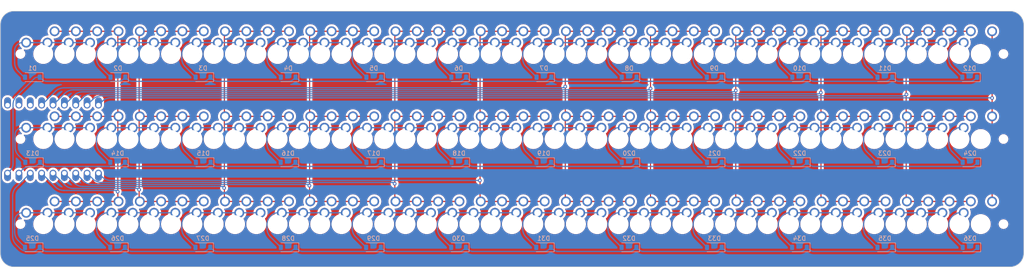
<source format=kicad_pcb>
(kicad_pcb (version 20221018) (generator pcbnew)
  (layers (0 "F.Cu" signal) (31 "B.Cu" signal) (34 "B.Paste" user) (35 "F.Paste" user) (36 "B.SilkS" user "B.Silkscreen") (37 "F.SilkS" user "F.Silkscreen") (38 "B.Mask" user) (39 "F.Mask" user) (44 "Edge.Cuts" user))
  (net 0 "")
  (net 1 "Net-(D1-A)")
  (net 2 "Net-(D2-A)")
  (net 3 "Net-(D3-A)")
  (net 4 "Net-(D4-A)")
  (net 5 "Net-(D5-A)")
  (net 6 "Net-(D6-A)")
  (net 7 "Net-(D7-A)")
  (net 8 "Net-(D8-A)")
  (net 9 "Net-(D9-A)")
  (net 10 "Net-(D10-A)")
  (net 11 "Net-(D11-A)")
  (net 12 "Net-(D12-A)")
  (net 13 "Net-(D13-A)")
  (net 14 "Net-(D14-A)")
  (net 15 "Net-(D15-A)")
  (net 16 "Net-(D16-A)")
  (net 17 "Net-(D17-A)")
  (net 18 "Net-(D18-A)")
  (net 19 "Net-(D19-A)")
  (net 20 "Net-(D20-A)")
  (net 21 "Net-(D21-A)")
  (net 22 "Net-(D22-A)")
  (net 23 "Net-(D23-A)")
  (net 24 "Net-(D24-A)")
  (net 25 "Net-(D25-A)")
  (net 26 "Net-(D26-A)")
  (net 27 "Net-(D27-A)")
  (net 28 "Net-(D28-A)")
  (net 29 "Net-(D29-A)")
  (net 30 "Net-(D30-A)")
  (net 31 "Net-(D31-A)")
  (net 32 "Net-(D32-A)")
  (net 33 "Net-(D33-A)")
  (net 34 "Net-(D34-A)")
  (net 35 "Net-(D35-A)")
  (net 36 "Net-(D36-A)")
  (net 40 "c7")
  (net 41 "c8")
  (net 42 "c9")
  (net 43 "c10")
  (net 44 "c11")
  (net 45 "c12")
  (net 46 "c1")
  (net 47 "c2")
  (net 48 "c3")
  (net 49 "c4")
  (net 50 "c5")
  (net 51 "c6")
  (net 52 "r1")
  (net 53 "r2")
  (net 54 "r3")
  (footprint "custom:MX_1U_noSilk" (layer "F.Cu") (at 103.187564 58.281151)
    (fp_text reference "SW106" hide)
    (fp_text value "SW_Push_45deg")
  )
  (footprint "custom:MX_1U_noSilk" (layer "F.Cu") (at 207.962564 20.181151)
    (fp_text reference "SW38" hide)
    (fp_text value "SW_Push_45deg")
  )
  (footprint "custom:MX_1U_noSilk" (layer "F.Cu") (at 98.425064 58.281151)
    (fp_text reference "SW105" hide)
    (fp_text value "SW_Push_45deg")
  )
  (footprint "custom:MX_1U_noSilk" (layer "F.Cu") (at 136.525064 58.281151)
    (fp_text reference "SW113" hide)
    (fp_text value "SW_Push_45deg")
  )
  (footprint "custom:MX_1U_noSilk" (layer "F.Cu") (at 160.337564 20.181151)
    (fp_text reference "SW28" hide)
    (fp_text value "SW_Push_45deg")
  )
  (footprint "custom:MX_1U_noSilk" (layer "F.Cu") (at 203.200064 58.281151)
    (fp_text reference "SW127" hide)
    (fp_text value "SW_Push_45deg")
  )
  (footprint "custom:MX_1U_noSilk" (layer "F.Cu") (at 174.625064 39.231151)
    (fp_text reference "SW76" hide)
    (fp_text value "SW_Push_45deg")
  )
  (footprint "custom:MX_1U_noSilk" (layer "F.Cu") (at 107.950064 39.231151)
    (fp_text reference "SW62" hide)
    (fp_text value "SW_Push_45deg")
  )
  (footprint "custom:MX_1U_noSilk" (layer "F.Cu") (at 31.750064 58.281151)
    (fp_text reference "SW91" hide)
    (fp_text value "SW_Push_45deg")
  )
  (footprint "custom:MX_1U_noSilk" (layer "F.Cu") (at 222.250064 58.281151)
    (fp_text reference "SW131" hide)
    (fp_text value "SW_Push_45deg")
  )
  (footprint "custom:MX_1U_noSilk" (layer "F.Cu") (at 169.862564 58.281151)
    (fp_text reference "SW120" hide)
    (fp_text value "SW_Push_45deg")
  )
  (footprint "custom:MX_1U_noSilk" (layer "F.Cu") (at 136.525064 39.231151)
    (fp_text reference "SW68" hide)
    (fp_text value "SW_Push_45deg")
  )
  (footprint "custom:MX_1U_noSilk" (layer "F.Cu") (at 155.575064 20.181151)
    (fp_text reference "SW27" hide)
    (fp_text value "SW_Push_45deg")
  )
  (footprint "custom:MX_1U_noSilk" (layer "F.Cu") (at 141.287564 58.281151)
    (fp_text reference "SW114" hide)
    (fp_text value "SW_Push_45deg")
  )
  (footprint "custom:MX_1U_noSilk" (layer "F.Cu") (at 84.137564 20.181151)
    (fp_text reference "SW12" hide)
    (fp_text value "SW_Push_45deg")
  )
  (footprint "custom:MX_1U_noSilk" (layer "F.Cu") (at 93.662564 39.231151)
    (fp_text reference "SW59" hide)
    (fp_text value "SW_Push_45deg")
  )
  (footprint "custom:MX_1U_noSilk" (layer "F.Cu") (at 60.325064 39.231151)
    (fp_text reference "SW52" hide)
    (fp_text value "SW_Push_45deg")
  )
  (footprint "custom:MX_1U_noSilk" (layer "F.Cu") (at 212.725064 58.281151)
    (fp_text reference "SW129" hide)
    (fp_text value "SW_Push_45deg")
  )
  (footprint "custom:MX_1U_noSilk" (layer "F.Cu") (at 184.150064 20.181151)
    (fp_text reference "SW33" hide)
    (fp_text value "SW_Push_45deg")
  )
  (footprint "custom:MX_1U_noSilk" (layer "F.Cu") (at 79.375064 39.231151)
    (fp_text reference "SW56" hide)
    (fp_text value "SW_Push_45deg")
  )
  (footprint "custom:MX_1U_noSilk" (layer "F.Cu") (at 241.300064 20.181151)
    (fp_text reference "SW45" hide)
    (fp_text value "SW_Push_45deg")
  )
  (footprint "custom:MX_1U_noSilk" (layer "F.Cu") (at 160.337564 58.281151)
    (fp_text reference "SW118" hide)
    (fp_text value "SW_Push_45deg")
  )
  (footprint "custom:MX_1U_noSilk" (layer "F.Cu") (at 227.012564 39.231151)
    (fp_text reference "SW87" hide)
    (fp_text value "SW_Push_45deg")
  )
  (footprint "custom:MX_1U_noSilk" (layer "F.Cu") (at 131.762564 20.181151)
    (fp_text reference "SW22" hide)
    (fp_text value "SW_Push_45deg")
  )
  (footprint "custom:MX_1U_noSilk" (layer "F.Cu") (at 93.662564 20.181151)
    (fp_text reference "SW14" hide)
    (fp_text value "SW_Push_45deg")
  )
  (footprint "custom:MX_1U_noSilk" (layer "F.Cu") (at 60.325064 58.281151)
    (fp_text reference "SW97" hide)
    (fp_text value "SW_Push_45deg")
  )
  (footprint "custom:MX_1U_noSilk" (layer "F.Cu") (at 207.962564 58.281151)
    (fp_text reference "SW128" hide)
    (fp_text value "SW_Push_45deg")
  )
  (footprint "custom:MX_1U_noSilk" (layer "F.Cu") (at 198.437564 20.181151)
    (fp_text reference "SW36" hide)
    (fp_text value "SW_Push_45deg")
  )
  (footprint "custom:MX_1U_noSilk" (layer "F.Cu") (at 212.725064 39.231151)
    (fp_text reference "SW84" hide)
    (fp_text value "SW_Push_45deg")
  )
  (footprint "custom:MX_1U_noSilk" (layer "F.Cu") (at 160.337564 39.231151)
    (fp_text reference "SW73" hide)
    (fp_text value "SW_Push_45deg")
  )
  (footprint "custom:MX_1U_noSilk" (layer "F.Cu") (at 207.962564 39.231151)
    (fp_text reference "SW83" hide)
    (fp_text value "SW_Push_45deg")
  )
  (footprint "custom:MX_1U_noSilk" (layer "F.Cu") (at 236.537564 58.281151)
    (fp_text reference "SW134" hide)
    (fp_text value "SW_Push_45deg")
  )
  (footprint "custom:MX_1U_noSilk" (layer "F.Cu") (at 193.675064 58.281151)
    (fp_text reference "SW125" hide)
    (fp_text value "SW_Push_45deg")
  )
  (footprint "custom:MX_1U_noSilk" (layer "F.Cu") (at 141.287564 39.231151)
    (fp_text reference "SW69" hide)
    (fp_text value "SW_Push_45deg")
  )
  (footprint "custom:MX_1U_noSilk" (layer "F.Cu") (at 36.512564 20.181151)
    (fp_text reference "SW2" hide)
    (fp_text value "SW_Push_45deg")
  )
  (footprint "custom:MX_1U_noSilk" (layer "F.Cu") (at 55.562564 39.231151)
    (fp_text reference "SW51" hide)
    (fp_text value "SW_Push_45deg")
  )
  (footprint "custom:MX_1U_noSilk" (layer "F.Cu") (at 150.812564 20.181151)
    (fp_text reference "SW26" hide)
    (fp_text value "SW_Push_45deg")
  )
  (footprint "custom:MX_1U_noSilk" (layer "F.Cu") (at 65.087564 20.181151)
    (fp_text reference "SW8" hide)
    (fp_text value "SW_Push_45deg")
  )
  (footprint "custom:MX_1U_noSilk" (layer "F.Cu") (at 169.862564 20.181151)
    (fp_text reference "SW30" hide)
    (fp_text value "SW_Push_45deg")
  )
  (footprint "custom:MX_1U_noSilk" (layer "F.Cu") (at 88.900064 39.231151)
    (fp_text reference "SW58" hide)
    (fp_text value "SW_Push_45deg")
  )
  (footprint "custom:MX_1U_noSilk" (layer "F.Cu") (at 84.137564 58.281151)
    (fp_text reference "SW102" hide)
    (fp_text value "SW_Push_45deg")
  )
  (footprint "custom:MX_1U_noSilk" (layer "F.Cu") (at 231.775064 58.281151)
    (fp_text reference "SW133" hide)
    (fp_text value "SW_Push_45deg")
  )
  (footprint "custom:MX_1U_noSilk" (layer "F.Cu") (at 69.850064 20.181151)
    (fp_text reference "SW9" hide)
    (fp_text value "SW_Push_45deg")
  )
  (footprint "custom:MX_1U_noSilk" (layer "F.Cu") (at 65.087564 58.281151)
    (fp_text reference "SW98" hide)
    (fp_text value "SW_Push_45deg")
  )
  (footprint "custom:MX_1U_noSilk" (layer "F.Cu") (at 41.275064 39.231151)
    (fp_text reference "SW48" hide)
    (fp_text value "SW_Push_45deg")
  )
  (footprint "custom:MX_1U_noSilk" (layer "F.Cu") (at 198.437564 58.281151)
    (fp_text reference "SW126" hide)
    (fp_text value "SW_Push_45deg")
  )
  (footprint "custom:MX_1U_noSilk" (layer "F.Cu") (at 98.425064 39.231151)
    (fp_text reference "SW60" hide)
    (fp_text value "SW_Push_45deg")
  )
  (footprint "custom:MX_1U_noSilk" (layer "F.Cu") (at 50.800064 20.181151)
    (fp_text reference "SW5" hide)
    (fp_text value "SW_Push_45deg")
  )
  (footprint "custom:MX_1U_noSilk" (layer "F.Cu") (at 127.000064 39.231151)
    (fp_text reference "SW66" hide)
    (fp_text value "SW_Push_45deg")
  )
  (footprint "custom:MX_1U_noSilk" (layer "F.Cu") (at 131.762564 58.281151)
    (fp_text reference "SW112" hide)
    (fp_text value "SW_Push_45deg")
  )
  (footprint "custom:MX_1U_noSilk" (layer "F.Cu") (at 179.387564 39.231151)
    (fp_text reference "SW77" hide)
    (fp_text value "SW_Push_45deg")
  )
  (footprint "custom:MX_1U_noSilk" (layer "F.Cu") (at 165.100064 39.231151)
    (fp_text reference "SW74" hide)
    (fp_text value "SW_Push_45deg")
  )
  (footprint "custom:MX_1U_noSilk" (layer "F.Cu") (at 150.812564 58.281151)
    (fp_text reference "SW116" hide)
    (fp_text value "SW_Push_45deg")
  )
  (footprint "custom:MX_1U_noSilk" (layer "F.Cu") (at 122.237564 58.281151)
    (fp_text reference "SW110" hide)
    (fp_text value "SW_Push_45deg")
  )
  (footprint "custom:MX_1U_noSilk" (layer "F.Cu") (at 212.725064 20.181151)
    (fp_text reference "SW39" hide)
    (fp_text value "SW_Push_45deg")
  )
  (footprint "custom:MX_1U_noSilk" (layer "F.Cu") (at 231.775064 20.181151)
    (fp_text reference "SW43" hide)
    (fp_text value "SW_Push_45deg")
  )
  (footprint "custom:MX_1U_noSilk" (layer "F.Cu") (at 41.275064 20.181151)
    (fp_text reference "SW3" hide)
    (fp_text value "SW_Push_45deg")
  )
  (footprint "custom:MX_1U_noSilk" (layer "F.Cu") (at 55.562564 58.281151)
    (fp_text reference "SW96" hide)
    (fp_text value "SW_Push_45deg")
  )
  (footprint "custom:MX_1U_noSilk" (layer "F.Cu") (at 146.050064 58.281151)
    (fp_text reference "SW115" hide)
    (fp_text value "SW_Push_45deg")
  )
  (footprint "custom:MX_1U_noSilk" (layer "F.Cu") (at 65.087564 39.231151)
    (fp_text reference "SW53" hide)
    (fp_text value "SW_Push_45deg")
  )
  (footprint "custom:MX_1U_noSilk" (layer "F.Cu") (at 236.537564 20.181151)
    (fp_text reference "SW44" hide)
    (fp_text value "SW_Push_45deg")
  )
  (footprint "custom:MX_1U_noSilk" (layer "F.Cu") (at 31.750064 20.181151)
    (fp_text reference "SW1" hide)
    (fp_text value "SW_Push_45deg")
  )
  (footprint "custom:MX_1U_noSilk" (layer "F.Cu") (at 227.012564 20.181151)
    (fp_text reference "SW42" hide)
    (fp_text value "SW_Push_45deg")
  )
  (footprint "custom:MX_1U_noSilk" (layer "F.Cu") (at 127.000064 20.181151)
    (fp_text reference "SW21" hide)
    (fp_text value "SW_Push_45deg")
  )
  (footprint "custom:MX_1U_noSilk" (layer "F.Cu") (at 79.375064 20.181151)
    (fp_text reference "SW11" hide)
    (fp_text value "SW_Push_45deg")
  )
  (footprint "custom:MX_1U_noSilk" (layer "F.Cu") (at 69.850064 58.281151)
    (fp_text reference "SW99" hide)
    (fp_text value "SW_Push_45deg")
  )
  (footprint "custom:MX_1U_noSilk" (layer "F.Cu") (at 141.287564 20.181151)
    (fp_text reference "SW24" hide)
    (fp_text value "SW_Push_45deg")
  )
  (footprint "custom:MX_1U_noSilk" (layer "F.Cu") (at 88.900064 20.181151)
    (fp_text reference "SW13" hide)
    (fp_text value "SW_Push_45deg")
  )
  (footprint "custom:MX_1U_noSilk" (layer "F.Cu") (at 74.612564 20.181151)
    (fp_text reference "SW10" hide)
    (fp_text value "SW_Push_45deg")
  )
  (footprint "custom:MX_1U_noSilk" (layer "F.Cu") (at 93.662564 58.281151)
    (fp_text reference "SW104" hide)
    (fp_text value "SW_Push_45deg")
  )
  (footprint "custom:MX_1U_noSilk" (layer "F.Cu") (at 112.712564 39.231151)
    (fp_text reference "SW63" hide)
    (fp_text value "SW_Push_45deg")
  )
  (footprint "custom:MX_1U_noSilk" (layer "F.Cu") (at 203.200064 20.181151)
    (fp_text reference "SW37" hide)
    (fp_text value "SW_Push_45deg")
  )
  (footprint "custom:MX_1U_noSilk" (layer "F.Cu") (at 174.625064 20.181151)
    (fp_text reference "SW31" hide)
    (fp_text value "SW_Push_45deg")
  )
  (footprint "custom:MX_1U_noSilk" (layer "F.Cu") (at 107.950064 20.181151)
    (fp_text reference "SW17" hide)
    (fp_text value "SW_Push_45deg")
  )
  (footprint "custom:MX_1U_noSilk" (layer "F.Cu") (at 222.250064 39.231151)
    (fp_text reference "SW86" hide)
    (fp_text value "SW_Push_45deg")
  )
  (footprint "custom:MX_1U_noSilk" (layer "F.Cu") (at 222.250064 20.181151)
    (fp_text reference "SW41" hide)
    (fp_text value "SW_Push_45deg")
  )
  (footprint "custom:MX_1U_noSilk" (layer "F.Cu") (at 179.387564 58.281151)
    (fp_text reference "SW122" hide)
    (fp_text value "SW_Push_45deg")
  )
  (footprint "custom:MX_1U_noSilk" (layer "F.Cu") (at 236.537564 39.231151)
    (fp_text reference "SW89" hide)
    (fp_text value "SW_Push_45deg")
  )
  (footprint "custom:MX_1U_noSilk" (layer "F.Cu") (at 155.575064 39.231151)
    (fp_text reference "SW72" hide)
    (fp_text value "SW_Push_45deg")
  )
  (footprint "custom:MX_1U_noSilk" (layer "F.Cu") (at 193.675064 39.231151)
    (fp_text reference "SW80" hide)
    (fp_text value "SW_Push_45deg")
  )
  (footprint "custom:MX_1U_noSilk" (layer "F.Cu") (at 131.762564 39.231151)
    (fp_text reference "SW67" hide)
    (fp_text value "SW_Push_45deg")
  )
  (footprint "custom:MX_1U_noSilk" (layer "F.Cu") (at 146.050064 20.181151)
    (fp_text reference "SW25" hide)
    (fp_text value "SW_Push_45deg")
  )
  (footprint "custom:MX_1U_noSilk" (layer "F.Cu") (at 241.300064 39.231151)
    (fp_text reference "SW90" hide)
    (fp_text value "SW_Push_45deg")
  )
  (footprint "custom:MX_1U_noSilk" (layer "F.Cu") (at 74.612564 58.281151)
    (fp_text reference "SW100" hide)
    (fp_text value "SW_Push_45deg")
  )
  (footprint "custom:MX_1U_noSilk" (layer "F.Cu") (at 46.037564 58.281151)
    (fp_text reference "SW94" hide)
    (fp_text value "SW_Push_45deg")
  )
  (footprint "custom:MX_1U_noSilk" (layer "F.Cu") (at 84.137564 39.231151)
    (fp_text reference "SW57" hide)
    (fp_text value "SW_Push_45deg")
  )
  (footprint "custom:MX_1U_noSilk" (layer "F.Cu") (at 165.100064 20.181151)
    (fp_text reference "SW29" hide)
    (fp_text value "SW_Push_45deg")
  )
  (footprint "custom:MX_1U_noSilk" (layer "F.Cu") (at 107.950064 58.281151)
    (fp_text reference "SW107" hide)
    (fp_text value "SW_Push_45deg")
  )
  (footprint "custom:MX_1U_noSilk" (layer "F.Cu") (at 112.712564 20.181151)
    (fp_text reference "SW18" hide)
    (fp_text value "SW_Push_45deg")
  )
  (footprint "custom:MX_1U_noSilk" (layer "F.Cu") (at 31.750064 39.231151)
    (fp_text reference "SW46" hide)
    (fp_text value "SW_Push_45deg")
  )
  (footprint "custom:MX_1U_noSilk" (layer "F.Cu") (at 227.012564 58.281151)
    (fp_text reference "SW132" hide)
    (fp_text value "SW_Push_45deg")
  )
  (footprint "custom:MX_1U_noSilk" (layer "F.Cu") (at 60.325064 20.181151)
    (fp_text reference "SW7" hide)
    (fp_text value "SW_Push_45deg")
  )
  (footprint "custom:MX_1U_noSilk" (layer "F.Cu") (at 193.675064 20.181151)
    (fp_text reference "SW35" hide)
    (fp_text value "SW_Push_45deg")
  )
  (footprint "custom:MX_1U_noSilk" (layer "F.Cu") (at 184.150064 58.281151)
    (fp_text reference "SW123" hide)
    (fp_text value "SW_Push_45deg")
  )
  (footprint "custom:MX_1U_noSilk" (layer "F.Cu") (at 46.037564 20.181151)
    (fp_text reference "SW4" hide)
    (fp_text value "SW_Push_45deg")
  )
  (footprint "custom:MX_1U_noSilk" (layer "F.Cu") (at 55.562564 20.181151)
    (fp_text reference "SW6" hide)
    (fp_text value "SW_Push_45deg")
  )
  (footprint "custom:MX_1U_noSilk" (layer "F.Cu") (at 46.037564 39.231151)
    (fp_text reference "SW49" hide)
    (fp_text value "SW_Push_45deg")
  )
  (footprint "custom:MX_1U_noSilk" (layer "F.Cu") (at 127.000064 58.281151)
    (fp_text reference "SW111" hide)
    (fp_text value "SW_Push_45deg")
  )
  (footprint "custom:MX_1U_noSilk" (layer "F.Cu") (at 188.912564 58.281151)
    (fp_text reference "SW124" hide)
    (fp_text value "SW_Push_45deg")
  )
  (footprint "custom:MX_1U_noSilk" (layer "F.Cu") (at 50.800064 58.281151)
    (fp_text reference "SW95" hide)
    (fp_text value "SW_Push_45deg")
  )
  (footprint "custom:MX_1U_noSilk" (layer "F.Cu") (at 112.712564 58.281151)
    (fp_text reference "SW108" hide)
    (fp_text value "SW_Push_45deg")
  )
  (footprint "custom:MX_1U_noSilk" (layer "F.Cu") (at 203.200064 39.231151)
    (fp_text reference "SW82" hide)
    (fp_text value "SW_Push_45deg")
  )
  (footprint "custom:MX_1U_noSilk" (layer "F.Cu") (at 36.512564 39.231151)
    (fp_text reference "SW47" hide)
    (fp_text value "SW_Push_45deg")
  )
  (footprint "custom:MX_1U_noSilk" (layer "F.Cu") (at 117.475064 20.181151)
    (fp_text reference "SW19" hide)
    (fp_text value "SW_Push_45deg")
  )
  (footprint "custom:MX_1U_noSilk" (layer "F.Cu") (at 231.775064 39.231151)
    (fp_text reference "SW88" hide)
    (fp_text value "SW_Push_45deg")
  )
  (footprint "custom:MX_1U_noSilk" (layer "F.Cu") (at 165.100064 58.281151)
    (fp_text reference "SW119" hide)
    (fp_text value "SW_Push_45deg")
  )
  (footprint "custom:MX_1U_noSilk" (layer "F.Cu") (at 188.912564 20.181151)
    (fp_text reference "SW34" hide)
    (fp_text value "SW_Push_45deg")
  )
  (footprint "custom:MX_1U_noSilk" (layer "F.Cu") (at 217.487564 39.231151)
    (fp_text reference "SW85" hide)
    (fp_text value "SW_Push_45deg")
  )
  (footprint "custom:MX_1U_noSilk" (layer "F.Cu") (at 69.850064 39.231151)
    (fp_text reference "SW54" hide)
    (fp_text value "SW_Push_45deg")
  )
  (footprint "custom:MX_1U_noSilk" (layer "F.Cu") (at 36.512564 58.281151)
    (fp_text reference "SW92" hide)
    (fp_text value "SW_Push_45deg")
  )
  (footprint "custom:MX_1U_noSilk" (layer "F.Cu") (at 155.575064 58.281151)
    (fp_text reference "SW117" hide)
    (fp_text value "SW_Push_45deg")
  )
  (footprint "custom:MX_1U_noSilk" (layer "F.Cu") (at 117.475064 58.281151)
    (fp_text reference "SW109" hide)
    (fp_text value "SW_Push_45deg")
  )
  (footprint "custom:MX_1U_noSilk" (layer "F.Cu") (at 79.375064 58.281151)
    (fp_text reference "SW101" hide)
    (fp_text value "SW_Push_45deg")
  )
  (footprint "custom:MX_1U_noSilk" (layer "F.Cu") (at 41.275064 58.281151)
    (fp_text reference "SW93" hide)
    (fp_text value "SW_Push_45deg")
  )
  (footprint "custom:MX_1U_noSilk" (layer "F.Cu") (at 50.800064 39.231151)
    (fp_text reference "SW50" hide)
    (fp_text value "SW_Push_45deg")
  )
  (footprint "custom:MX_1U_noSilk" (layer "F.Cu") (at 198.437564 39.231151)
    (fp_text reference "SW81" hide)
    (fp_text value "SW_Push_45deg")
  )
  (footprint "custom:MX_1U_noSilk" (layer "F.Cu") (at 103.187564 20.181151)
    (fp_text reference "SW16" hide)
    (fp_text value "SW_Push_45deg")
  )
  (footprint "custom:MX_1U_noSilk" (layer "F.Cu") (at 217.487564 20.181151)
    (fp_text reference "SW40" hide)
    (fp_text value "SW_Push_45deg")
  )
  (footprint "custom:MX_1U_noSilk" (layer "F.Cu") (at 122.237564 20.181151)
    (fp_text reference "SW20" hide)
    (fp_text value "SW_Push_45deg")
  )
  (footprint "custom:MX_1U_noSilk" (layer "F.Cu") (at 74.612564 39.231151)
    (fp_text reference "SW55" hide)
    (fp_text value "SW_Push_45deg")
  )
  (footprint "custom:MX_1U_noSilk" (layer "F.Cu") (at 136.525064 20.181151)
    (fp_text reference "SW23" hide)
    (fp_text value "SW_Push_45deg")
  )
  (footprint "custom:MX_1U_noSilk" (layer "F.Cu") (at 88.900064 58.281151)
    (fp_text reference "SW103" hide)
    (fp_text value "SW_Push_45deg")
  )
  (footprint "custom:MX_1U_noSilk" (layer "F.Cu") (at 169.862564 39.231151)
    (fp_text reference "SW75" hide)
    (fp_text value "SW_Push_45deg")
  )
  (footprint "custom:MX_1U_noSilk" (layer "F.Cu") (at 150.812564 39.231151)
    (fp_text reference "SW71" hide)
    (fp_text value "SW_Push_45deg")
  )
  (footprint "custom:MX_1U_noSilk" (layer "F.Cu") (at 146.050064 39.231151)
    (fp_text reference "SW70" hide)
    (fp_text value "SW_Push_45deg")
  )
  (footprint "custom:MX_1U_noSilk" (layer "F.Cu") (at 103.187564 39.231151)
    (fp_text reference "SW61" hide)
    (fp_text value "SW_Push_45deg")
  )
  (footprint "custom:MX_1U_noSilk" (layer "F.Cu") (at 174.625064 58.281151)
    (fp_text reference "SW121" hide)
    (fp_text value "SW_Push_45deg")
  )
  (footprint "custom:MX_1U_noSilk" (layer "F.Cu") (at 188.912564 39.231151)
    (fp_text reference "SW79" hide)
    (fp_text value "SW_Push_45deg")
  )
  (footprint "custom:MX_1U_noSilk" (layer "F.Cu") (at 117.475064 39.231151)
    (fp_text reference "SW64" hide)
    (fp_text value "SW_Push_45deg")
  )
  (footprint "custom:MX_1U_noSilk" (layer "F.Cu") (at 122.237564 39.231151)
    (fp_text reference "SW65" hide)
    (fp_text value "SW_Push_45deg")
  )
  (footprint "custom:MX_1U_noSilk" (layer "F.Cu") (at 217.487564 58.281151)
    (fp_text reference "SW130" hide)
    (fp_text value "SW_Push_45deg")
  )
  (footprint "custom:MX_1U_noSilk" (layer "F.Cu") (at 179.387564 20.181151)
    (fp_text reference "SW32" hide)
    (fp_text value "SW_Push_45deg")
  )
  (footprint "custom:MX_1U_noSilk" (layer "F.Cu") (at 98.425064 20.181151)
    (fp_text reference "SW15" hide)
    (fp_text value "SW_Push_45deg")
  )
  (footprint "custom:MX_1U_noSilk" (layer "F.Cu") (at 241.300064 58.281151)
    (fp_text reference "SW135" hide)
    (fp_text value "SW_Push_45deg")
  )
  (footprint "custom:MX_1U_noSilk" (layer "F.Cu") (at 184.150064 39.231151)
    (fp_text reference "SW78" hide)
    (fp_text value "SW_Push_45deg")
  )
  (footprint "Diode_SMD:D_SOD-123" (layer "B.Cu") (at 64.889226 68.560329 180)
    (fp_text reference "D27")
    (fp_text value "D")
  )
  (footprint "Diode_SMD:D_SOD-123" (layer "B.Cu") (at 64.988445 49.510281 180)
    (fp_text reference "D15")
    (fp_text value "D")
  )
  (footprint "Diode_SMD:D_SOD-123" (layer "B.Cu") (at 236.277162 30.460233 180)
    (fp_text reference "D12")
    (fp_text value "D")
  )
  (footprint "Diode_SMD:D_SOD-123" (layer "B.Cu") (at 83.975997 68.560329 180)
    (fp_text reference "D28")
    (fp_text value "D")
  )
  (footprint "Diode_SMD:D_SOD-123" (layer "B.Cu") (at 141.089418 49.510281 180)
    (fp_text reference "D19")
    (fp_text value "D")
  )
  (footprint "Diode_SMD:D_SOD-123" (layer "B.Cu") (at 103.026045 68.560329 180)
    (fp_text reference "D29")
    (fp_text value "D")
  )
  (footprint "Diode_SMD:D_SOD-123" (layer "B.Cu") (at 26.851626 49.510281 180)
    (fp_text reference "D13")
    (fp_text value "D")
  )
  (footprint "Diode_SMD:D_SOD-123" (layer "B.Cu") (at 83.975997 30.460233 180)
    (fp_text reference "D4")
    (fp_text value "D")
  )
  (footprint "Diode_SMD:D_SOD-123" (layer "B.Cu") (at 103.088541 49.510281 180)
    (fp_text reference "D17")
    (fp_text value "D")
  )
  (footprint "Diode_SMD:D_SOD-123" (layer "B.Cu") (at 179.226237 49.510281 180)
    (fp_text reference "D21")
    (fp_text value "D")
  )
  (footprint "Diode_SMD:D_SOD-123" (layer "B.Cu") (at 160.176189 30.460233 180)
    (fp_text reference "D8")
    (fp_text value "D")
  )
  (footprint "Diode_SMD:D_SOD-123" (layer "B.Cu") (at 141.052695 68.560329 180)
    (fp_text reference "D31")
    (fp_text value "D")
  )
  (footprint "custom:rp2040-zero-tht-SidesOnly" (layer "B.Cu") (at 31.392866 44.33103 -90)
    (fp_text reference "U1" hide)
    (fp_text value "rp2040-zero" hide)
  )
  (footprint "Diode_SMD:D_SOD-123" (layer "B.Cu") (at 122.076093 30.460233 180)
    (fp_text reference "D6")
    (fp_text value "D")
  )
  (footprint "Diode_SMD:D_SOD-123" (layer "B.Cu") (at 179.226237 68.560329 180)
    (fp_text reference "D33")
    (fp_text value "D")
  )
  (footprint "Diode_SMD:D_SOD-123" (layer "B.Cu") (at 217.326333 30.460233 180)
    (fp_text reference "D11")
    (fp_text value "D")
  )
  (footprint "Diode_SMD:D_SOD-123" (layer "B.Cu") (at 198.276285 30.460233 180)
    (fp_text reference "D10")
    (fp_text value "D")
  )
  (footprint "Diode_SMD:D_SOD-123" (layer "B.Cu") (at 26.78913 30.460233 180)
    (fp_text reference "D1")
    (fp_text value "D")
  )
  (footprint "Diode_SMD:D_SOD-123" (layer "B.Cu") (at 64.925949 30.460233 180)
    (fp_text reference "D3")
    (fp_text value "D")
  )
  (footprint "Diode_SMD:D_SOD-123" (layer "B.Cu") (at 217.326333 68.560329 180)
    (fp_text reference "D35")
    (fp_text value "D")
  )
  (footprint "Diode_SMD:D_SOD-123" (layer "B.Cu") (at 141.126141 30.460233 180)
    (fp_text reference "D7")
    (fp_text value "D")
  )
  (footprint "Diode_SMD:D_SOD-123" (layer "B.Cu") (at 26.78913 68.560329 180)
    (fp_text reference "D25")
    (fp_text value "D")
  )
  (footprint "Diode_SMD:D_SOD-123" (layer "B.Cu") (at 160.176189 49.510281 180)
    (fp_text reference "D20")
    (fp_text value "D")
  )
  (footprint "Diode_SMD:D_SOD-123" (layer "B.Cu") (at 122.03937 68.560329 180)
    (fp_text reference "D30")
    (fp_text value "D")
  )
  (footprint "Diode_SMD:D_SOD-123" (layer "B.Cu") (at 179.189514 30.460233 180)
    (fp_text reference "D9")
    (fp_text value "D")
  )
  (footprint "Diode_SMD:D_SOD-123" (layer "B.Cu") (at 83.939274 49.510281 180)
    (fp_text reference "D16")
    (fp_text value "D")
  )
  (footprint "Diode_SMD:D_SOD-123" (layer "B.Cu") (at 122.138589 49.510281 180)
    (fp_text reference "D18")
    (fp_text value "D")
  )
  (footprint "Diode_SMD:D_SOD-123" (layer "B.Cu") (at 103.088541 30.460233 180)
    (fp_text reference "D5")
    (fp_text value "D")
  )
  (footprint "Diode_SMD:D_SOD-123" (layer "B.Cu") (at 45.839178 49.510281 180)
    (fp_text reference "D14")
    (fp_text value "D")
  )
  (footprint "Diode_SMD:D_SOD-123" (layer "B.Cu") (at 236.376381 49.510281 180)
    (fp_text reference "D24")
    (fp_text value "D")
  )
  (footprint "Diode_SMD:D_SOD-123" (layer "B.Cu") (at 45.901674 30.460233 180)
    (fp_text reference "D2")
    (fp_text value "D")
  )
  (footprint "Diode_SMD:D_SOD-123" (layer "B.Cu") (at 236.376381 68.560329 180)
    (fp_text reference "D36")
    (fp_text value "D")
  )
  (footprint "Diode_SMD:D_SOD-123" (layer "B.Cu") (at 198.276285 49.510281 180)
    (fp_text reference "D22")
    (fp_text value "D")
  )
  (footprint "Diode_SMD:D_SOD-123" (layer "B.Cu") (at 160.139466 68.560329 180)
    (fp_text reference "D32")
    (fp_text value "D")
  )
  (footprint "Diode_SMD:D_SOD-123" (layer "B.Cu") (at 45.839178 68.560329 180)
    (fp_text reference "D26")
    (fp_text value "D")
  )
  (footprint "Diode_SMD:D_SOD-123" (layer "B.Cu") (at 198.239562 68.560329 180)
    (fp_text reference "D34")
    (fp_text value "D")
  )
  (footprint "Diode_SMD:D_SOD-123" (layer "B.Cu") (at 217.28961 49.510281 180)
    (fp_text reference "D23")
    (fp_text value "D")
  )
  (gr_line (start 248.345157 18.676602) (end 248.345157 69.925965) (stroke (width 0.1)) (layer "Edge.Cuts"))
  (gr_line (start 245.345157 72.925965) (end 22.645362 72.925965) (stroke (width 0.1)) (layer "Edge.Cuts"))
  (gr_line (start 22.645362 15.676602) (end 245.345157 15.676602) (stroke (width 0.1)) (layer "Edge.Cuts"))
  (gr_arc (start 248.345157 69.925965) (mid 247.466477 72.047285) (end 245.345157 72.925965) (stroke (width 0.1)) (layer "Edge.Cuts"))
  (gr_arc (start 19.645362 18.676602) (mid 20.524041 16.555281) (end 22.645362 15.676602) (stroke (width 0.1)) (layer "Edge.Cuts"))
  (gr_arc (start 22.645362 72.925965) (mid 20.524039 72.047286) (end 19.645362 69.925965) (stroke (width 0.1)) (layer "Edge.Cuts"))
  (gr_line (start 19.645362 69.925965) (end 19.645362 18.676602) (stroke (width 0.1)) (layer "Edge.Cuts"))
  (gr_arc (start 245.345157 15.676602) (mid 247.466504 16.555267) (end 248.345157 18.676602) (stroke (width 0.1)) (layer "Edge.Cuts"))
  (segment (start 26.647335 22.721151) (end 39.687564 22.721151) (width 0.25) (layer "B.Cu") (net 1))
  (segment (start 22.82037 27.212929) (end 22.82037 24.46933) (width 0.25) (layer "B.Cu") (net 1))
  (segment (start 25.296123 22.721151) (end 25.088244 22.721151) (width 0.25) (layer "B.Cu") (net 1))
  (segment (start 24.672488 22.721151) (end 24.568549 22.721151) (width 0.25) (layer "B.Cu") (net 1))
  (segment (start 25.504002 22.721151) (end 25.296123 22.721151) (width 0.25) (layer "B.Cu") (net 1))
  (segment (start 25.504002 22.721151) (end 25.81582 22.721151) (width 0.25) (layer "B.Cu") (net 1))
  (segment (start 23.617266 29.136807) (end 25.13913 30.658671) (width 0.25) (layer "B.Cu") (net 1))
  (segment (start 26.647335 22.721151) (end 25.81582 22.721151) (width 0.25) (layer "B.Cu") (net 1))
  (segment (start 25.088244 22.721151) (end 24.880366 22.721151) (width 0.25) (layer "B.Cu") (net 1))
  (segment (start 24.880366 22.721151) (end 24.672488 22.721151) (width 0.25) (layer "B.Cu") (net 1))
  (arc (start 23.3324 23.233181) (mid 22.953442 23.800331) (end 22.82037 24.46933) (width 0.25) (layer "B.Cu") (net 1))
  (arc (start 23.3324 23.233181) (mid 23.89955 22.854223) (end 24.568549 22.721151) (width 0.25) (layer "B.Cu") (net 1))
  (arc (start 22.82037 27.212929) (mid 23.027476 28.254124) (end 23.617266 29.136807) (width 0.25) (layer "B.Cu") (net 1))
  (segment (start 44.339359 22.721151) (end 44.117952 22.721151) (width 0.25) (layer "B.Cu") (net 2))
  (segment (start 43.896545 22.721151) (end 43.675138 22.721151) (width 0.25) (layer "B.Cu") (net 2))
  (segment (start 41.110064 25.399162) (end 41.110064 26.191641) (width 0.25) (layer "B.Cu") (net 2))
  (segment (start 44.560766 22.721151) (end 44.892877 22.721151) (width 0.25) (layer "B.Cu") (net 2))
  (segment (start 44.117952 22.721151) (end 43.896545 22.721151) (width 0.25) (layer "B.Cu") (net 2))
  (segment (start 44.560766 22.721151) (end 44.339359 22.721151) (width 0.25) (layer "B.Cu") (net 2))
  (segment (start 45.778506 22.721151) (end 58.737564 22.721151) (width 0.25) (layer "B.Cu") (net 2))
  (segment (start 45.778506 22.721151) (end 44.892877 22.721151) (width 0.25) (layer "B.Cu") (net 2))
  (segment (start 41.90696 28.115519) (end 44.251674 30.460233) (width 0.25) (layer "B.Cu") (net 2))
  (segment (start 43.564435 22.721151) (end 43.675138 22.721151) (width 0.25) (layer "B.Cu") (net 2))
  (segment (start 42.052572 23.347384) (end 41.894435 23.505522) (width 0.25) (layer "B.Cu") (net 2))
  (arc (start 43.564435 22.721151) (mid 42.746221 22.883903) (end 42.052572 23.347384) (width 0.25) (layer "B.Cu") (net 2))
  (arc (start 41.90696 28.115519) (mid 41.31717 27.232836) (end 41.110064 26.191641) (width 0.25) (layer "B.Cu") (net 2))
  (arc (start 41.110064 25.399162) (mid 41.313915 24.374331) (end 41.894435 23.505522) (width 0.25) (layer "B.Cu") (net 2))
  (segment (start 60.96946 28.153744) (end 63.275949 30.460233) (width 0.25) (layer "B.Cu") (net 3))
  (segment (start 62.946545 22.721151) (end 62.725138 22.721151) (width 0.25) (layer "B.Cu") (net 3))
  (segment (start 63.610766 22.721151) (end 63.942877 22.721151) (width 0.25) (layer "B.Cu") (net 3))
  (segment (start 61.102573 23.347384) (end 60.950685 23.499272) (width 0.25) (layer "B.Cu") (net 3))
  (segment (start 63.389359 22.721151) (end 63.167952 22.721151) (width 0.25) (layer "B.Cu") (net 3))
  (segment (start 60.172564 25.377823) (end 60.172564 26.229866) (width 0.25) (layer "B.Cu") (net 3))
  (segment (start 63.167952 22.721151) (end 62.946545 22.721151) (width 0.25) (layer "B.Cu") (net 3))
  (segment (start 63.610766 22.721151) (end 63.389359 22.721151) (width 0.25) (layer "B.Cu") (net 3))
  (segment (start 64.828506 22.721151) (end 63.942877 22.721151) (width 0.25) (layer "B.Cu") (net 3))
  (segment (start 64.828506 22.721151) (end 77.787564 22.721151) (width 0.25) (layer "B.Cu") (net 3))
  (segment (start 62.725138 22.721151) (end 62.614435 22.721151) (width 0.25) (layer "B.Cu") (net 3))
  (arc (start 60.172564 25.377823) (mid 60.374791 24.361158) (end 60.950685 23.499272) (width 0.25) (layer "B.Cu") (net 3))
  (arc (start 61.102573 23.347384) (mid 61.796221 22.883903) (end 62.614435 22.721151) (width 0.25) (layer "B.Cu") (net 3))
  (arc (start 60.172564 26.229866) (mid 60.37967 27.271061) (end 60.96946 28.153744) (width 0.25) (layer "B.Cu") (net 3))
  (segment (start 80.01946 28.153696) (end 82.325997 30.460233) (width 0.25) (layer "B.Cu") (net 4))
  (segment (start 81.996545 22.721151) (end 82.217952 22.721151) (width 0.25) (layer "B.Cu") (net 4))
  (segment (start 81.996545 22.721151) (end 81.775138 22.721151) (width 0.25) (layer "B.Cu") (net 4))
  (segment (start 82.439359 22.721151) (end 82.217952 22.721151) (width 0.25) (layer "B.Cu") (net 4))
  (segment (start 83.878506 22.721151) (end 96.837564 22.721151) (width 0.25) (layer "B.Cu") (net 4))
  (segment (start 82.660766 22.721151) (end 82.439359 22.721151) (width 0.25) (layer "B.Cu") (net 4))
  (segment (start 81.775138 22.721151) (end 81.664435 22.721151) (width 0.25) (layer "B.Cu") (net 4))
  (segment (start 82.660766 22.721151) (end 82.992877 22.721151) (width 0.25) (layer "B.Cu") (net 4))
  (segment (start 83.878506 22.721151) (end 82.992877 22.721151) (width 0.25) (layer "B.Cu") (net 4))
  (segment (start 80.152572 23.347384) (end 80.000685 23.499272) (width 0.25) (layer "B.Cu") (net 4))
  (segment (start 79.222564 26.229818) (end 79.222564 25.377823) (width 0.25) (layer "B.Cu") (net 4))
  (arc (start 80.000685 23.499272) (mid 79.424791 24.361158) (end 79.222564 25.377823) (width 0.25) (layer "B.Cu") (net 4))
  (arc (start 81.664435 22.721151) (mid 80.846221 22.883903) (end 80.152572 23.347384) (width 0.25) (layer "B.Cu") (net 4))
  (arc (start 80.01946 28.153696) (mid 79.42967 27.271013) (end 79.222564 26.229818) (width 0.25) (layer "B.Cu") (net 4))
  (segment (start 98.260064 26.154774) (end 98.260064 25.377823) (width 0.25) (layer "B.Cu") (net 5))
  (segment (start 99.038185 23.499272) (end 99.185653 23.351804) (width 0.25) (layer "B.Cu") (net 5))
  (segment (start 105.167576 22.721151) (end 103.383819 22.721151) (width 0.25) (layer "B.Cu") (net 5))
  (segment (start 102.71491 22.721151) (end 102.268971 22.721151) (width 0.25) (layer "B.Cu") (net 5))
  (segment (start 99.05696 28.078652) (end 101.438541 30.460233) (width 0.25) (layer "B.Cu") (net 5))
  (segment (start 101.377093 22.721151) (end 101.823032 22.721151) (width 0.25) (layer "B.Cu") (net 5))
  (segment (start 102.268971 22.721151) (end 101.823032 22.721151) (width 0.25) (layer "B.Cu") (net 5))
  (segment (start 102.71491 22.721151) (end 103.383819 22.721151) (width 0.25) (layer "B.Cu") (net 5))
  (segment (start 101.377093 22.721151) (end 100.931154 22.721151) (width 0.25) (layer "B.Cu") (net 5))
  (segment (start 105.167576 22.721151) (end 115.887564 22.721151) (width 0.25) (layer "B.Cu") (net 5))
  (segment (start 100.931154 22.721151) (end 100.708185 22.721151) (width 0.25) (layer "B.Cu") (net 5))
  (arc (start 98.260064 26.154774) (mid 98.46717 27.195969) (end 99.05696 28.078652) (width 0.25) (layer "B.Cu") (net 5))
  (arc (start 100.708185 22.721151) (mid 99.884196 22.885052) (end 99.185653 23.351804) (width 0.25) (layer "B.Cu") (net 5))
  (arc (start 99.038185 23.499272) (mid 98.462291 24.361158) (end 98.260064 25.377823) (width 0.25) (layer "B.Cu") (net 5))
  (segment (start 119.875138 22.721151) (end 119.764435 22.721151) (width 0.25) (layer "B.Cu") (net 6))
  (segment (start 120.096545 22.721151) (end 119.875138 22.721151) (width 0.25) (layer "B.Cu") (net 6))
  (segment (start 118.10696 28.1411) (end 120.426093 30.460233) (width 0.25) (layer "B.Cu") (net 6))
  (segment (start 118.252572 23.347384) (end 118.094435 23.505522) (width 0.25) (layer "B.Cu") (net 6))
  (segment (start 117.310064 26.217222) (end 117.310064 25.399162) (width 0.25) (layer "B.Cu") (net 6))
  (segment (start 121.978506 22.721151) (end 134.937564 22.721151) (width 0.25) (layer "B.Cu") (net 6))
  (segment (start 120.096545 22.721151) (end 120.317952 22.721151) (width 0.25) (layer "B.Cu") (net 6))
  (segment (start 120.760766 22.721151) (end 120.539359 22.721151) (width 0.25) (layer "B.Cu") (net 6))
  (segment (start 121.978506 22.721151) (end 121.092877 22.721151) (width 0.25) (layer "B.Cu") (net 6))
  (segment (start 120.539359 22.721151) (end 120.317952 22.721151) (width 0.25) (layer "B.Cu") (net 6))
  (segment (start 121.092877 22.721151) (end 120.760766 22.721151) (width 0.25) (layer "B.Cu") (net 6))
  (arc (start 119.764435 22.721151) (mid 118.946221 22.883903) (end 118.252572 23.347384) (width 0.25) (layer "B.Cu") (net 6))
  (arc (start 117.310064 26.217222) (mid 117.51717 27.258417) (end 118.10696 28.1411) (width 0.25) (layer "B.Cu") (net 6))
  (arc (start 118.094435 23.505522) (mid 117.513915 24.374331) (end 117.310064 25.399162) (width 0.25) (layer "B.Cu") (net 6))
  (segment (start 139.146545 22.721151) (end 138.925138 22.721151) (width 0.25) (layer "B.Cu") (net 7))
  (segment (start 139.589359 22.721151) (end 139.367952 22.721151) (width 0.25) (layer "B.Cu") (net 7))
  (segment (start 141.028506 22.721151) (end 140.142877 22.721151) (width 0.25) (layer "B.Cu") (net 7))
  (segment (start 138.814435 22.721151) (end 138.925138 22.721151) (width 0.25) (layer "B.Cu") (net 7))
  (segment (start 137.302573 23.347384) (end 137.150685 23.499272) (width 0.25) (layer "B.Cu") (net 7))
  (segment (start 136.372564 26.229674) (end 136.372564 25.377823) (width 0.25) (layer "B.Cu") (net 7))
  (segment (start 139.146545 22.721151) (end 139.367952 22.721151) (width 0.25) (layer "B.Cu") (net 7))
  (segment (start 139.810766 22.721151) (end 140.142877 22.721151) (width 0.25) (layer "B.Cu") (net 7))
  (segment (start 139.810766 22.721151) (end 139.589359 22.721151) (width 0.25) (layer "B.Cu") (net 7))
  (segment (start 141.028506 22.721151) (end 153.987564 22.721151) (width 0.25) (layer "B.Cu") (net 7))
  (segment (start 137.16946 28.153552) (end 139.476141 30.460233) (width 0.25) (layer "B.Cu") (net 7))
  (arc (start 137.150685 23.499272) (mid 136.574791 24.361158) (end 136.372564 25.377823) (width 0.25) (layer "B.Cu") (net 7))
  (arc (start 138.814435 22.721151) (mid 137.996221 22.883903) (end 137.302573 23.347384) (width 0.25) (layer "B.Cu") (net 7))
  (arc (start 136.372564 26.229674) (mid 136.57967 27.270869) (end 137.16946 28.153552) (width 0.25) (layer "B.Cu") (net 7))
  (segment (start 156.21946 28.153504) (end 158.526189 30.460233) (width 0.25) (layer "B.Cu") (net 8))
  (segment (start 157.975138 22.721151) (end 157.864435 22.721151) (width 0.25) (layer "B.Cu") (net 8))
  (segment (start 160.078506 22.721151) (end 159.192877 22.721151) (width 0.25) (layer "B.Cu") (net 8))
  (segment (start 160.078506 22.721151) (end 173.037564 22.721151) (width 0.25) (layer "B.Cu") (net 8))
  (segment (start 156.200685 23.499272) (end 156.352572 23.347384) (width 0.25) (layer "B.Cu") (net 8))
  (segment (start 158.639359 22.721151) (end 158.417952 22.721151) (width 0.25) (layer "B.Cu") (net 8))
  (segment (start 158.196545 22.721151) (end 157.975138 22.721151) (width 0.25) (layer "B.Cu") (net 8))
  (segment (start 158.860766 22.721151) (end 158.639359 22.721151) (width 0.25) (layer "B.Cu") (net 8))
  (segment (start 155.422564 26.229626) (end 155.422564 25.377823) (width 0.25) (layer "B.Cu") (net 8))
  (segment (start 158.196545 22.721151) (end 158.417952 22.721151) (width 0.25) (layer "B.Cu") (net 8))
  (segment (start 158.860766 22.721151) (end 159.192877 22.721151) (width 0.25) (layer "B.Cu") (net 8))
  (arc (start 156.200685 23.499272) (mid 155.624791 24.361158) (end 155.422564 25.377823) (width 0.25) (layer "B.Cu") (net 8))
  (arc (start 157.864435 22.721151) (mid 157.046221 22.883903) (end 156.352572 23.347384) (width 0.25) (layer "B.Cu") (net 8))
  (arc (start 155.422564 26.229626) (mid 155.62967 27.270821) (end 156.21946 28.153504) (width 0.25) (layer "B.Cu") (net 8))
  (segment (start 175.26946 28.190179) (end 177.539514 30.460233) (width 0.25) (layer "B.Cu") (net 9))
  (segment (start 175.402573 23.347384) (end 175.250685 23.499272) (width 0.25) (layer "B.Cu") (net 9))
  (segment (start 178.907098 22.721151) (end 178.464284 22.721151) (width 0.25) (layer "B.Cu") (net 9))
  (segment (start 177.578656 22.721151) (end 178.02147 22.721151) (width 0.25) (layer "B.Cu") (net 9))
  (segment (start 176.914435 22.721151) (end 177.135842 22.721151) (width 0.25) (layer "B.Cu") (net 9))
  (segment (start 181.342576 22.721151) (end 179.571319 22.721151) (width 0.25) (layer "B.Cu") (net 9))
  (segment (start 177.578656 22.721151) (end 177.135842 22.721151) (width 0.25) (layer "B.Cu") (net 9))
  (segment (start 178.464284 22.721151) (end 178.02147 22.721151) (width 0.25) (layer "B.Cu") (net 9))
  (segment (start 181.342576 22.721151) (end 192.087564 22.721151) (width 0.25) (layer "B.Cu") (net 9))
  (segment (start 179.571319 22.721151) (end 178.907098 22.721151) (width 0.25) (layer "B.Cu") (net 9))
  (segment (start 174.472564 26.266301) (end 174.472564 25.377823) (width 0.25) (layer "B.Cu") (net 9))
  (arc (start 174.472564 26.266301) (mid 174.67967 27.307496) (end 175.26946 28.190179) (width 0.25) (layer "B.Cu") (net 9))
  (arc (start 176.914435 22.721151) (mid 176.096221 22.883903) (end 175.402573 23.347384) (width 0.25) (layer "B.Cu") (net 9))
  (arc (start 174.472564 25.377823) (mid 174.674791 24.361158) (end 175.250685 23.499272) (width 0.25) (layer "B.Cu") (net 9))
  (segment (start 196.960766 22.721151) (end 196.739359 22.721151) (width 0.25) (layer "B.Cu") (net 10))
  (segment (start 196.739359 22.721151) (end 196.517952 22.721151) (width 0.25) (layer "B.Cu") (net 10))
  (segment (start 194.452573 23.347384) (end 194.300685 23.499272) (width 0.25) (layer "B.Cu") (net 10))
  (segment (start 196.075138 22.721151) (end 195.964435 22.721151) (width 0.25) (layer "B.Cu") (net 10))
  (segment (start 196.517952 22.721151) (end 196.296545 22.721151) (width 0.25) (layer "B.Cu") (net 10))
  (segment (start 198.178506 22.721151) (end 197.292877 22.721151) (width 0.25) (layer "B.Cu") (net 10))
  (segment (start 196.960766 22.721151) (end 197.292877 22.721151) (width 0.25) (layer "B.Cu") (net 10))
  (segment (start 198.178506 22.721151) (end 211.137564 22.721151) (width 0.25) (layer "B.Cu") (net 10))
  (segment (start 196.296545 22.721151) (end 196.075138 22.721151) (width 0.25) (layer "B.Cu") (net 10))
  (segment (start 194.31946 28.153408) (end 196.626285 30.460233) (width 0.25) (layer "B.Cu") (net 10))
  (segment (start 193.522564 25.377823) (end 193.522564 26.22953) (width 0.25) (layer "B.Cu") (net 10))
  (arc (start 193.522564 25.377823) (mid 193.724791 24.361158) (end 194.300685 23.499272) (width 0.25) (layer "B.Cu") (net 10))
  (arc (start 193.522564 26.22953) (mid 193.72967 27.270725) (end 194.31946 28.153408) (width 0.25) (layer "B.Cu") (net 10))
  (arc (start 194.452573 23.347384) (mid 195.146221 22.883903) (end 195.964435 22.721151) (width 0.25) (layer "B.Cu") (net 10))
  (segment (start 217.007098 22.721151) (end 216.564284 22.721151) (width 0.25) (layer "B.Cu") (net 11))
  (segment (start 215.014435 22.721151) (end 215.235842 22.721151) (width 0.25) (layer "B.Cu") (net 11))
  (segment (start 215.678656 22.721151) (end 216.12147 22.721151) (width 0.25) (layer "B.Cu") (net 11))
  (segment (start 213.502573 23.347384) (end 213.350685 23.499272) (width 0.25) (layer "B.Cu") (net 11))
  (segment (start 219.442576 22.721151) (end 230.187564 22.721151) (width 0.25) (layer "B.Cu") (net 11))
  (segment (start 213.36946 28.15336) (end 215.676333 30.460233) (width 0.25) (layer "B.Cu") (net 11))
  (segment (start 216.564284 22.721151) (end 216.12147 22.721151) (width 0.25) (layer "B.Cu") (net 11))
  (segment (start 215.678656 22.721151) (end 215.235842 22.721151) (width 0.25) (layer "B.Cu") (net 11))
  (segment (start 212.572564 26.229482) (end 212.572564 25.377823) (width 0.25) (layer "B.Cu") (net 11))
  (segment (start 217.007098 22.721151) (end 217.671319 22.721151) (width 0.25) (layer "B.Cu") (net 11))
  (segment (start 219.442576 22.721151) (end 217.671319 22.721151) (width 0.25) (layer "B.Cu") (net 11))
  (arc (start 212.572564 26.229482) (mid 212.77967 27.270677) (end 213.36946 28.15336) (width 0.25) (layer "B.Cu") (net 11))
  (arc (start 213.350685 23.499272) (mid 212.774791 24.361158) (end 212.572564 25.377823) (width 0.25) (layer "B.Cu") (net 11))
  (arc (start 213.502573 23.347384) (mid 214.196221 22.883903) (end 215.014435 22.721151) (width 0.25) (layer "B.Cu") (net 11))
  (segment (start 231.610064 26.316153) (end 231.610064 25.03624) (width 0.25) (layer "B.Cu") (net 12))
  (segment (start 233.925153 22.721151) (end 234.950064 22.721151) (width 0.25) (layer "B.Cu") (net 12))
  (segment (start 232.40696 28.240031) (end 234.627162 30.460233) (width 0.25) (layer "B.Cu") (net 12))
  (arc (start 231.610064 25.03624) (mid 231.786289 24.150293) (end 232.288138 23.399225) (width 0.25) (layer "B.Cu") (net 12))
  (arc (start 233.925153 22.721151) (mid 233.039206 22.897376) (end 232.288138 23.399225) (width 0.25) (layer "B.Cu") (net 12))
  (arc (start 231.610064 26.316153) (mid 231.81717 27.357348) (end 232.40696 28.240031) (width 0.25) (layer "B.Cu") (net 12))
  (segment (start 24.636444 41.771151) (end 24.608048 41.771151) (width 0.25) (layer "B.Cu") (net 13))
  (segment (start 22.905064 46.086737) (end 22.905064 43.374749) (width 0.25) (layer "B.Cu") (net 13))
  (segment (start 28.511332 41.771151) (end 39.687564 41.771151) (width 0.25) (layer "B.Cu") (net 13))
  (segment (start 25.191411 41.771151) (end 24.887691 41.771151) (width 0.25) (layer "B.Cu") (net 13))
  (segment (start 24.551256 41.771151) (end 24.52286 41.771151) (width 0.25) (layer "B.Cu") (net 13))
  (segment (start 24.608048 41.771151) (end 24.579652 41.771151) (width 0.25) (layer "B.Cu") (net 13))
  (segment (start 25.969228 41.771151) (end 25.551923 41.771151) (width 0.25) (layer "B.Cu") (net 13))
  (segment (start 24.636444 41.771151) (end 24.679038 41.771151) (width 0.25) (layer "B.Cu") (net 13))
  (segment (start 24.52286 41.771151) (end 24.508662 41.771151) (width 0.25) (layer "B.Cu") (net 13))
  (segment (start 26.955698 41.771151) (end 26.386533 41.771151) (width 0.25) (layer "B.Cu") (net 13))
  (segment (start 26.386533 41.771151) (end 25.969228 41.771151) (width 0.25) (layer "B.Cu") (net 13))
  (segment (start 24.551256 41.771151) (end 24.579652 41.771151) (width 0.25) (layer "B.Cu") (net 13))
  (segment (start 23.70196 48.010615) (end 25.201626 49.510281) (width 0.25) (layer "B.Cu") (net 13))
  (segment (start 28.511332 41.771151) (end 26.955698 41.771151) (width 0.25) (layer "B.Cu") (net 13))
  (segment (start 25.551923 41.771151) (end 25.191411 41.771151) (width 0.25) (layer "B.Cu") (net 13))
  (segment (start 24.792623 41.771151) (end 24.887691 41.771151) (width 0.25) (layer "B.Cu") (net 13))
  (segment (start 24.792623 41.771151) (end 24.679038 41.771151) (width 0.25) (layer "B.Cu") (net 13))
  (arc (start 22.905064 46.086737) (mid 23.11217 47.127932) (end 23.70196 48.010615) (width 0.25) (layer "B.Cu") (net 13))
  (arc (start 23.374747 42.240834) (mid 23.894991 41.893217) (end 24.508662 41.771151) (width 0.25) (layer "B.Cu") (net 13))
  (arc (start 23.374747 42.240834) (mid 23.02713 42.761078) (end 22.905064 43.374749) (width 0.25) (layer "B.Cu") (net 13))
  (segment (start 43.896545 41.771151) (end 44.117952 41.771151) (width 0.25) (layer "B.Cu") (net 14))
  (segment (start 44.339359 41.771151) (end 44.117952 41.771151) (width 0.25) (layer "B.Cu") (net 14))
  (segment (start 42.052573 42.397384) (end 41.894435 42.555522) (width 0.25) (layer "B.Cu") (net 14))
  (segment (start 45.778506 41.771151) (end 58.737564 41.771151) (width 0.25) (layer "B.Cu") (net 14))
  (segment (start 44.560766 41.771151) (end 44.339359 41.771151) (width 0.25) (layer "B.Cu") (net 14))
  (segment (start 41.110064 45.304185) (end 41.110064 44.449162) (width 0.25) (layer "B.Cu") (net 14))
  (segment (start 41.90696 47.228063) (end 44.189178 49.510281) (width 0.25) (layer "B.Cu") (net 14))
  (segment (start 44.560766 41.771151) (end 44.892877 41.771151) (width 0.25) (layer "B.Cu") (net 14))
  (segment (start 43.675138 41.771151) (end 43.564435 41.771151) (width 0.25) (layer "B.Cu") (net 14))
  (segment (start 43.896545 41.771151) (end 43.675138 41.771151) (width 0.25) (layer "B.Cu") (net 14))
  (segment (start 45.778506 41.771151) (end 44.892877 41.771151) (width 0.25) (layer "B.Cu") (net 14))
  (arc (start 41.110064 45.304185) (mid 41.31717 46.34538) (end 41.90696 47.228063) (width 0.25) (layer "B.Cu") (net 14))
  (arc (start 41.110064 44.449162) (mid 41.313915 43.424331) (end 41.894435 42.555522) (width 0.25) (layer "B.Cu") (net 14))
  (arc (start 42.052573 42.397384) (mid 42.746221 41.933903) (end 43.564435 41.771151) (width 0.25) (layer "B.Cu") (net 14))
  (segment (start 63.610766 41.771151) (end 63.389359 41.771151) (width 0.25) (layer "B.Cu") (net 15))
  (segment (start 64.828506 41.771151) (end 77.787564 41.771151) (width 0.25) (layer "B.Cu") (net 15))
  (segment (start 62.946545 41.771151) (end 63.167952 41.771151) (width 0.25) (layer "B.Cu") (net 15))
  (segment (start 62.725138 41.771151) (end 62.614435 41.771151) (width 0.25) (layer "B.Cu") (net 15))
  (segment (start 60.160064 44.449162) (end 60.160064 45.204918) (width 0.25) (layer "B.Cu") (net 15))
  (segment (start 61.102572 42.397384) (end 60.944435 42.555522) (width 0.25) (layer "B.Cu") (net 15))
  (segment (start 62.946545 41.771151) (end 62.725138 41.771151) (width 0.25) (layer "B.Cu") (net 15))
  (segment (start 60.95696 47.128796) (end 63.338445 49.510281) (width 0.25) (layer "B.Cu") (net 15))
  (segment (start 63.610766 41.771151) (end 63.942877 41.771151) (width 0.25) (layer "B.Cu") (net 15))
  (segment (start 64.828506 41.771151) (end 63.942877 41.771151) (width 0.25) (layer "B.Cu") (net 15))
  (segment (start 63.389359 41.771151) (end 63.167952 41.771151) (width 0.25) (layer "B.Cu") (net 15))
  (arc (start 60.160064 45.204918) (mid 60.36717 46.246113) (end 60.95696 47.128796) (width 0.25) (layer "B.Cu") (net 15))
  (arc (start 60.160064 44.449162) (mid 60.363915 43.424331) (end 60.944435 42.555522) (width 0.25) (layer "B.Cu") (net 15))
  (arc (start 62.614435 41.771151) (mid 61.796221 41.933903) (end 61.102572 42.397384) (width 0.25) (layer "B.Cu") (net 15))
  (segment (start 83.218971 41.771151) (end 82.773032 41.771151) (width 0.25) (layer "B.Cu") (net 16))
  (segment (start 79.988185 42.549272) (end 80.135653 42.401804) (width 0.25) (layer "B.Cu") (net 16))
  (segment (start 86.117576 41.771151) (end 96.837564 41.771151) (width 0.25) (layer "B.Cu") (net 16))
  (segment (start 80.00696 47.227967) (end 82.289274 49.510281) (width 0.25) (layer "B.Cu") (net 16))
  (segment (start 81.658185 41.771151) (end 81.881154 41.771151) (width 0.25) (layer "B.Cu") (net 16))
  (segment (start 82.327093 41.771151) (end 82.773032 41.771151) (width 0.25) (layer "B.Cu") (net 16))
  (segment (start 84.333819 41.771151) (end 83.66491 41.771151) (width 0.25) (layer "B.Cu") (net 16))
  (segment (start 79.210064 45.304089) (end 79.210064 44.427823) (width 0.25) (layer "B.Cu") (net 16))
  (segment (start 82.327093 41.771151) (end 81.881154 41.771151) (width 0.25) (layer "B.Cu") (net 16))
  (segment (start 86.117576 41.771151) (end 84.333819 41.771151) (width 0.25) (layer "B.Cu") (net 16))
  (segment (start 83.66491 41.771151) (end 83.218971 41.771151) (width 0.25) (layer "B.Cu") (net 16))
  (arc (start 79.988185 42.549272) (mid 79.412291 43.411158) (end 79.210064 44.427823) (width 0.25) (layer "B.Cu") (net 16))
  (arc (start 81.658185 41.771151) (mid 80.834196 41.935052) (end 80.135653 42.401804) (width 0.25) (layer "B.Cu") (net 16))
  (arc (start 80.00696 47.227967) (mid 79.41717 46.345284) (end 79.210064 45.304089) (width 0.25) (layer "B.Cu") (net 16))
  (segment (start 99.044435 42.555522) (end 99.202572 42.397384) (width 0.25) (layer "B.Cu") (net 17))
  (segment (start 102.928506 41.771151) (end 115.887564 41.771151) (width 0.25) (layer "B.Cu") (net 17))
  (segment (start 98.260064 44.449162) (end 98.260064 45.204822) (width 0.25) (layer "B.Cu") (net 17))
  (segment (start 99.05696 47.1287) (end 101.438541 49.510281) (width 0.25) (layer "B.Cu") (net 17))
  (segment (start 100.825138 41.771151) (end 100.714435 41.771151) (width 0.25) (layer "B.Cu") (net 17))
  (segment (start 102.928506 41.771151) (end 102.042877 41.771151) (width 0.25) (layer "B.Cu") (net 17))
  (segment (start 101.489359 41.771151) (end 101.267952 41.771151) (width 0.25) (layer "B.Cu") (net 17))
  (segment (start 101.710766 41.771151) (end 101.489359 41.771151) (width 0.25) (layer "B.Cu") (net 17))
  (segment (start 102.042877 41.771151) (end 101.710766 41.771151) (width 0.25) (layer "B.Cu") (net 17))
  (segment (start 101.046545 41.771151) (end 101.267952 41.771151) (width 0.25) (layer "B.Cu") (net 17))
  (segment (start 101.046545 41.771151) (end 100.825138 41.771151) (width 0.25) (layer "B.Cu") (net 17))
  (arc (start 99.05696 47.1287) (mid 98.46717 46.246017) (end 98.260064 45.204822) (width 0.25) (layer "B.Cu") (net 17))
  (arc (start 100.714435 41.771151) (mid 99.896221 41.933903) (end 99.202572 42.397384) (width 0.25) (layer "B.Cu") (net 17))
  (arc (start 99.044435 42.555522) (mid 98.463915 43.424331) (end 98.260064 44.449162) (width 0.25) (layer "B.Cu") (net 17))
  (segment (start 120.539359 41.771151) (end 120.317952 41.771151) (width 0.25) (layer "B.Cu") (net 18))
  (segment (start 121.978506 41.771151) (end 121.092877 41.771151) (width 0.25) (layer "B.Cu") (net 18))
  (segment (start 121.092877 41.771151) (end 120.760766 41.771151) (width 0.25) (layer "B.Cu") (net 18))
  (segment (start 118.10696 47.128652) (end 120.488589 49.510281) (width 0.25) (layer "B.Cu") (net 18))
  (segment (start 120.096545 41.771151) (end 119.875138 41.771151) (width 0.25) (layer "B.Cu") (net 18))
  (segment (start 120.760766 41.771151) (end 120.539359 41.771151) (width 0.25) (layer "B.Cu") (net 18))
  (segment (start 119.875138 41.771151) (end 119.764435 41.771151) (width 0.25) (layer "B.Cu") (net 18))
  (segment (start 118.252573 42.397384) (end 118.094435 42.555522) (width 0.25) (layer "B.Cu") (net 18))
  (segment (start 121.978506 41.771151) (end 134.937564 41.771151) (width 0.25) (layer "B.Cu") (net 18))
  (segment (start 120.096545 41.771151) (end 120.317952 41.771151) (width 0.25) (layer "B.Cu") (net 18))
  (segment (start 117.310064 44.449162) (end 117.310064 45.204774) (width 0.25) (layer "B.Cu") (net 18))
  (arc (start 117.310064 44.449162) (mid 117.513915 43.424331) (end 118.094435 42.555522) (width 0.25) (layer "B.Cu") (net 18))
  (arc (start 118.252573 42.397384) (mid 118.946221 41.933903) (end 119.764435 41.771151) (width 0.25) (layer "B.Cu") (net 18))
  (arc (start 118.10696 47.128652) (mid 117.51717 46.245969) (end 117.310064 45.204774) (width 0.25) (layer "B.Cu") (net 18))
  (segment (start 139.146545 41.771151) (end 138.925138 41.771151) (width 0.25) (layer "B.Cu") (net 19))
  (segment (start 139.146545 41.771151) (end 139.367952 41.771151) (width 0.25) (layer "B.Cu") (net 19))
  (segment (start 139.589359 41.771151) (end 139.367952 41.771151) (width 0.25) (layer "B.Cu") (net 19))
  (segment (start 137.302572 42.397384) (end 137.150685 42.549272) (width 0.25) (layer "B.Cu") (net 19))
  (segment (start 139.810766 41.771151) (end 140.142877 41.771151) (width 0.25) (layer "B.Cu") (net 19))
  (segment (start 141.028506 41.771151) (end 140.142877 41.771151) (width 0.25) (layer "B.Cu") (net 19))
  (segment (start 139.810766 41.771151) (end 139.589359 41.771151) (width 0.25) (layer "B.Cu") (net 19))
  (segment (start 141.028506 41.771151) (end 153.987564 41.771151) (width 0.25) (layer "B.Cu") (net 19))
  (segment (start 137.16946 47.240323) (end 139.439418 49.510281) (width 0.25) (layer "B.Cu") (net 19))
  (segment (start 138.925138 41.771151) (end 138.814435 41.771151) (width 0.25) (layer "B.Cu") (net 19))
  (segment (start 136.372564 45.316445) (end 136.372564 44.427823) (width 0.25) (layer "B.Cu") (net 19))
  (arc (start 136.372564 45.316445) (mid 136.57967 46.35764) (end 137.16946 47.240323) (width 0.25) (layer "B.Cu") (net 19))
  (arc (start 136.372564 44.427823) (mid 136.574791 43.411158) (end 137.150685 42.549272) (width 0.25) (layer "B.Cu") (net 19))
  (arc (start 138.814435 41.771151) (mid 137.996221 41.933903) (end 137.302572 42.397384) (width 0.25) (layer "B.Cu") (net 19))
  (segment (start 158.639359 41.771151) (end 158.417952 41.771151) (width 0.25) (layer "B.Cu") (net 20))
  (segment (start 155.410064 45.267174) (end 155.410064 44.449162) (width 0.25) (layer "B.Cu") (net 20))
  (segment (start 158.196545 41.771151) (end 157.975138 41.771151) (width 0.25) (layer "B.Cu") (net 20))
  (segment (start 158.196545 41.771151) (end 158.417952 41.771151) (width 0.25) (layer "B.Cu") (net 20))
  (segment (start 158.860766 41.771151) (end 158.639359 41.771151) (width 0.25) (layer "B.Cu") (net 20))
  (segment (start 156.352572 42.397384) (end 156.194435 42.555522) (width 0.25) (layer "B.Cu") (net 20))
  (segment (start 168.275064 41.771151) (end 173.037564 41.771151) (width 0.25) (layer "B.Cu") (net 20))
  (segment (start 160.078506 41.771151) (end 159.192877 41.771151) (width 0.25) (layer "B.Cu") (net 20))
  (segment (start 159.192877 41.771151) (end 158.860766 41.771151) (width 0.25) (layer "B.Cu") (net 20))
  (segment (start 156.20696 47.191052) (end 158.526189 49.510281) (width 0.25) (layer "B.Cu") (net 20))
  (segment (start 157.975138 41.771151) (end 157.864435 41.771151) (width 0.25) (layer "B.Cu") (net 20))
  (segment (start 160.078506 41.771151) (end 168.275064 41.771151) (width 0.25) (layer "B.Cu") (net 20))
  (arc (start 157.864435 41.771151) (mid 157.046221 41.933903) (end 156.352572 42.397384) (width 0.25) (layer "B.Cu") (net 20))
  (arc (start 156.194435 42.555522) (mid 155.613915 43.424331) (end 155.410064 44.449162) (width 0.25) (layer "B.Cu") (net 20))
  (arc (start 155.410064 45.267174) (mid 155.61717 46.308369) (end 156.20696 47.191052) (width 0.25) (layer "B.Cu") (net 20))
  (segment (start 177.689359 41.771151) (end 177.467952 41.771151) (width 0.25) (layer "B.Cu") (net 21))
  (segment (start 179.128506 41.771151) (end 178.242877 41.771151) (width 0.25) (layer "B.Cu") (net 21))
  (segment (start 175.402573 42.397384) (end 175.250685 42.549272) (width 0.25) (layer "B.Cu") (net 21))
  (segment (start 176.914435 41.771151) (end 177.025138 41.771151) (width 0.25) (layer "B.Cu") (net 21))
  (segment (start 177.910766 41.771151) (end 177.689359 41.771151) (width 0.25) (layer "B.Cu") (net 21))
  (segment (start 177.246545 41.771151) (end 177.467952 41.771151) (width 0.25) (layer "B.Cu") (net 21))
  (segment (start 177.246545 41.771151) (end 177.025138 41.771151) (width 0.25) (layer "B.Cu") (net 21))
  (segment (start 175.26946 47.203504) (end 177.576237 49.510281) (width 0.25) (layer "B.Cu") (net 21))
  (segment (start 179.128506 41.771151) (end 192.087564 41.771151) (width 0.25) (layer "B.Cu") (net 21))
  (segment (start 177.910766 41.771151) (end 178.242877 41.771151) (width 0.25) (layer "B.Cu") (net 21))
  (segment (start 174.472564 45.279626) (end 174.472564 44.427823) (width 0.25) (layer "B.Cu") (net 21))
  (arc (start 175.250685 42.549272) (mid 174.674791 43.411158) (end 174.472564 44.427823) (width 0.25) (layer "B.Cu") (net 21))
  (arc (start 175.402573 42.397384) (mid 176.096221 41.933903) (end 176.914435 41.771151) (width 0.25) (layer "B.Cu") (net 21))
  (arc (start 174.472564 45.279626) (mid 174.67967 46.320821) (end 175.26946 47.203504) (width 0.25) (layer "B.Cu") (net 21))
  (segment (start 195.964435 41.771151) (end 196.185842 41.771151) (width 0.25) (layer "B.Cu") (net 22))
  (segment (start 200.392576 41.771151) (end 211.137564 41.771151) (width 0.25) (layer "B.Cu") (net 22))
  (segment (start 196.628656 41.771151) (end 197.07147 41.771151) (width 0.25) (layer "B.Cu") (net 22))
  (segment (start 194.30696 47.190956) (end 196.626285 49.510281) (width 0.25) (layer "B.Cu") (net 22))
  (segment (start 197.957098 41.771151) (end 197.514284 41.771151) (width 0.25) (layer "B.Cu") (net 22))
  (segment (start 196.628656 41.771151) (end 196.185842 41.771151) (width 0.25) (layer "B.Cu") (net 22))
  (segment (start 197.514284 41.771151) (end 197.07147 41.771151) (width 0.25) (layer "B.Cu") (net 22))
  (segment (start 200.392576 41.771151) (end 198.621319 41.771151) (width 0.25) (layer "B.Cu") (net 22))
  (segment (start 194.294435 42.555522) (end 194.452573 42.397384) (width 0.25) (layer "B.Cu") (net 22))
  (segment (start 198.621319 41.771151) (end 197.957098 41.771151) (width 0.25) (layer "B.Cu") (net 22))
  (segment (start 193.510064 44.449162) (end 193.510064 45.267078) (width 0.25) (layer "B.Cu") (net 22))
  (arc (start 193.510064 44.449162) (mid 193.713915 43.424331) (end 194.294435 42.555522) (width 0.25) (layer "B.Cu") (net 22))
  (arc (start 195.964435 41.771151) (mid 195.146221 41.933903) (end 194.452573 42.397384) (width 0.25) (layer "B.Cu") (net 22))
  (arc (start 193.510064 45.267078) (mid 193.71717 46.308273) (end 194.30696 47.190956) (width 0.25) (layer "B.Cu") (net 22))
  (segment (start 216.049108 41.771151) (end 230.187564 41.771151) (width 0.25) (layer "B.Cu") (net 23))
  (segment (start 215.014435 41.771151) (end 215.751019 41.771151) (width 0.25) (layer "B.Cu") (net 23))
  (segment (start 215.751019 41.771151) (end 216.049108 41.771151) (width 0.25) (layer "B.Cu") (net 23))
  (segment (start 213.502572 42.397384) (end 213.350685 42.549272) (width 0.25) (layer "B.Cu") (net 23))
  (segment (start 213.36946 47.240131) (end 215.63961 49.510281) (width 0.25) (layer "B.Cu") (net 23))
  (segment (start 215.794673 41.367671) (end 215.503668 41.076666) (width 0.25) (layer "B.Cu") (net 23))
  (segment (start 212.572564 45.316253) (end 212.572564 44.427823) (width 0.25) (layer "B.Cu") (net 23))
  (arc (start 215.751019 41.771151) (mid 215.856409 41.727496) (end 215.900064 41.622106) (width 0.25) (layer "B.Cu") (net 23))
  (arc (start 215.014435 41.771151) (mid 214.196221 41.933903) (end 213.502572 42.397384) (width 0.25) (layer "B.Cu") (net 23))
  (arc (start 212.572564 44.427823) (mid 212.774791 43.411158) (end 213.350685 42.549272) (width 0.25) (layer "B.Cu") (net 23))
  (arc (start 212.572564 45.316253) (mid 212.77967 46.357448) (end 213.36946 47.240131) (width 0.25) (layer "B.Cu") (net 23))
  (arc (start 215.794673 41.367671) (mid 215.872673 41.484407) (end 215.900064 41.622106) (width 0.25) (layer "B.Cu") (net 23))
  (arc (start 216.049108 41.771151) (mid 215.943717 41.727496) (end 215.900064 41.622106) (width 0.25) (layer "B.Cu") (net 23))
  (segment (start 232.41946 47.20336) (end 234.726381 49.510281) (width 0.25) (layer "B.Cu") (net 24))
  (segment (start 232.552572 42.397384) (end 232.400685 42.549272) (width 0.25) (layer "B.Cu") (net 24))
  (segment (start 231.622564 45.279482) (end 231.622564 44.427823) (width 0.25) (layer "B.Cu") (net 24))
  (segment (start 234.064435 41.771151) (end 234.950064 41.771151) (width 0.25) (layer "B.Cu") (net 24))
  (arc (start 234.064435 41.771151) (mid 233.246221 41.933903) (end 232.552572 42.397384) (width 0.25) (layer "B.Cu") (net 24))
  (arc (start 231.622564 45.279482) (mid 231.82967 46.320677) (end 232.41946 47.20336) (width 0.25) (layer "B.Cu") (net 24))
  (arc (start 232.400685 42.549272) (mid 231.824791 43.411158) (end 231.622564 44.427823) (width 0.25) (layer "B.Cu") (net 24))
  (segment (start 26.647335 60.821151) (end 39.687564 60.821151) (width 0.25) (layer "B.Cu") (net 25))
  (segment (start 24.880366 60.821151) (end 24.672488 60.821151) (width 0.25) (layer "B.Cu") (net 25))
  (segment (start 25.088244 60.821151) (end 24.880366 60.821151) (width 0.25) (layer "B.Cu") (net 25))
  (segment (start 24.672488 60.821151) (end 24.568549 60.821151) (width 0.25) (layer "B.Cu") (net 25))
  (segment (start 23.617266 67.038465) (end 25.13913 68.560329) (width 0.25) (layer "B.Cu") (net 25))
  (segment (start 25.504002 60.821151) (end 25.296123 60.821151) (width 0.25) (layer "B.Cu") (net 25))
  (segment (start 26.647335 60.821151) (end 25.81582 60.821151) (width 0.25) (layer "B.Cu") (net 25))
  (segment (start 25.504002 60.821151) (end 25.81582 60.821151) (width 0.25) (layer "B.Cu") (net 25))
  (segment (start 25.296123 60.821151) (end 25.088244 60.821151) (width 0.25) (layer "B.Cu") (net 25))
  (segment (start 22.82037 65.114587) (end 22.82037 62.56933) (width 0.25) (layer "B.Cu") (net 25))
  (arc (start 23.3324 61.333181) (mid 22.953442 61.900331) (end 22.82037 62.56933) (width 0.25) (layer "B.Cu") (net 25))
  (arc (start 22.82037 65.114587) (mid 23.027476 66.155782) (end 23.617266 67.038465) (width 0.25) (layer "B.Cu") (net 25))
  (arc (start 23.3324 61.333181) (mid 23.89955 60.954223) (end 24.568549 60.821151) (width 0.25) (layer "B.Cu") (net 25))
  (segment (start 41.91946 66.290611) (end 44.189178 68.560329) (width 0.25) (layer "B.Cu") (net 26))
  (segment (start 41.122564 63.477823) (end 41.122564 64.366733) (width 0.25) (layer "B.Cu") (net 26))
  (segment (start 45.557098 60.821151) (end 46.221319 60.821151) (width 0.25) (layer "B.Cu") (net 26))
  (segment (start 45.557098 60.821151) (end 45.114284 60.821151) (width 0.25) (layer "B.Cu") (net 26))
  (segment (start 43.564435 60.821151) (end 43.785842 60.821151) (width 0.25) (layer "B.Cu") (net 26))
  (segment (start 45.114284 60.821151) (end 44.67147 60.821151) (width 0.25) (layer "B.Cu") (net 26))
  (segment (start 47.992576 60.821151) (end 46.221319 60.821151) (width 0.25) (layer "B.Cu") (net 26))
  (segment (start 44.228656 60.821151) (end 43.785842 60.821151) (width 0.25) (layer "B.Cu") (net 26))
  (segment (start 42.052573 61.447384) (end 41.900685 61.599272) (width 0.25) (layer "B.Cu") (net 26))
  (segment (start 44.67147 60.821151) (end 44.228656 60.821151) (width 0.25) (layer "B.Cu") (net 26))
  (segment (start 47.992576 60.821151) (end 58.737564 60.821151) (width 0.25) (layer "B.Cu") (net 26))
  (arc (start 42.052573 61.447384) (mid 42.746221 60.983903) (end 43.564435 60.821151) (width 0.25) (layer "B.Cu") (net 26))
  (arc (start 41.122564 63.477823) (mid 41.324791 62.461158) (end 41.900685 61.599272) (width 0.25) (layer "B.Cu") (net 26))
  (arc (start 41.122564 64.366733) (mid 41.32967 65.407928) (end 41.91946 66.290611) (width 0.25) (layer "B.Cu") (net 26))
  (segment (start 62.725138 60.821151) (end 62.614435 60.821151) (width 0.25) (layer "B.Cu") (net 27))
  (segment (start 61.102573 61.447384) (end 60.950685 61.599272) (width 0.25) (layer "B.Cu") (net 27))
  (segment (start 63.167952 60.821151) (end 62.946545 60.821151) (width 0.25) (layer "B.Cu") (net 27))
  (segment (start 64.828506 60.821151) (end 63.942877 60.821151) (width 0.25) (layer "B.Cu") (net 27))
  (segment (start 63.942877 60.821151) (end 63.610766 60.821151) (width 0.25) (layer "B.Cu") (net 27))
  (segment (start 63.389359 60.821151) (end 63.167952 60.821151) (width 0.25) (layer "B.Cu") (net 27))
  (segment (start 60.96946 66.290563) (end 63.239226 68.560329) (width 0.25) (layer "B.Cu") (net 27))
  (segment (start 63.610766 60.821151) (end 63.389359 60.821151) (width 0.25) (layer "B.Cu") (net 27))
  (segment (start 60.172564 63.477823) (end 60.172564 64.366685) (width 0.25) (layer "B.Cu") (net 27))
  (segment (start 64.828506 60.821151) (end 77.787564 60.821151) (width 0.25) (layer "B.Cu") (net 27))
  (segment (start 62.946545 60.821151) (end 62.725138 60.821151) (width 0.25) (layer "B.Cu") (net 27))
  (arc (start 61.102573 61.447384) (mid 61.796221 60.983903) (end 62.614435 60.821151) (width 0.25) (layer "B.Cu") (net 27))
  (arc (start 60.172564 63.477823) (mid 60.374791 62.461158) (end 60.950685 61.599272) (width 0.25) (layer "B.Cu") (net 27))
  (arc (start 60.96946 66.290563) (mid 60.37967 65.40788) (end 60.172564 64.366685) (width 0.25) (layer "B.Cu") (net 27))
  (segment (start 81.664435 60.821151) (end 81.885842 60.821151) (width 0.25) (layer "B.Cu") (net 28))
  (segment (start 79.222564 64.329914) (end 79.222564 63.477823) (width 0.25) (layer "B.Cu") (net 28))
  (segment (start 84.321319 60.821151) (end 83.657098 60.821151) (width 0.25) (layer "B.Cu") (net 28))
  (segment (start 82.328656 60.821151) (end 81.885842 60.821151) (width 0.25) (layer "B.Cu") (net 28))
  (segment (start 80.01946 66.253792) (end 82.325997 68.560329) (width 0.25) (layer "B.Cu") (net 28))
  (segment (start 82.77147 60.821151) (end 82.328656 60.821151) (width 0.25) (layer "B.Cu") (net 28))
  (segment (start 86.092576 60.821151) (end 84.321319 60.821151) (width 0.25) (layer "B.Cu") (net 28))
  (segment (start 83.214284 60.821151) (end 82.77147 60.821151) (width 0.25) (layer "B.Cu") (net 28))
  (segment (start 86.092576 60.821151) (end 96.837564 60.821151) (width 0.25) (layer "B.Cu") (net 28))
  (segment (start 83.657098 60.821151) (end 83.214284 60.821151) (width 0.25) (layer "B.Cu") (net 28))
  (segment (start 80.152572 61.447384) (end 80.000685 61.599272) (width 0.25) (layer "B.Cu") (net 28))
  (arc (start 79.222564 63.477823) (mid 79.424791 62.461158) (end 80.000685 61.599272) (width 0.25) (layer "B.Cu") (net 28))
  (arc (start 79.222564 64.329914) (mid 79.42967 65.371109) (end 80.01946 66.253792) (width 0.25) (layer "B.Cu") (net 28))
  (arc (start 81.664435 60.821151) (mid 80.846221 60.983903) (end 80.152572 61.447384) (width 0.25) (layer "B.Cu") (net 28))
  (segment (start 102.042877 60.821151) (end 101.710766 60.821151) (width 0.25) (layer "B.Cu") (net 29))
  (segment (start 102.928506 60.821151) (end 102.042877 60.821151) (width 0.25) (layer "B.Cu") (net 29))
  (segment (start 99.06946 66.253744) (end 101.376045 68.560329) (width 0.25) (layer "B.Cu") (net 29))
  (segment (start 99.050685 61.599272) (end 99.202573 61.447384) (width 0.25) (layer "B.Cu") (net 29))
  (segment (start 101.710766 60.821151) (end 101.489359 60.821151) (width 0.25) (layer "B.Cu") (net 29))
  (segment (start 100.825138 60.821151) (end 100.714435 60.821151) (width 0.25) (layer "B.Cu") (net 29))
  (segment (start 101.046545 60.821151) (end 100.825138 60.821151) (width 0.25) (layer "B.Cu") (net 29))
  (segment (start 101.489359 60.821151) (end 101.267952 60.821151) (width 0.25) (layer "B.Cu") (net 29))
  (segment (start 101.046545 60.821151) (end 101.267952 60.821151) (width 0.25) (layer "B.Cu") (net 29))
  (segment (start 98.272564 64.329866) (end 98.272564 63.477823) (width 0.25) (layer "B.Cu") (net 29))
  (segment (start 102.928506 60.821151) (end 115.887564 60.821151) (width 0.25) (layer "B.Cu") (net 29))
  (arc (start 100.714435 60.821151) (mid 99.896221 60.983903) (end 99.202573 61.447384) (width 0.25) (layer "B.Cu") (net 29))
  (arc (start 98.272564 64.329866) (mid 98.47967 65.371061) (end 99.06946 66.253744) (width 0.25) (layer "B.Cu") (net 29))
  (arc (start 99.050685 61.599272) (mid 98.474791 62.461158) (end 98.272564 63.477823) (width 0.25) (layer "B.Cu") (net 29))
  (segment (start 120.096545 60.821151) (end 119.875138 60.821151) (width 0.25) (layer "B.Cu") (net 30))
  (segment (start 117.322564 63.477823) (end 117.322564 64.366541) (width 0.25) (layer "B.Cu") (net 30))
  (segment (start 120.760766 60.821151) (end 120.539359 60.821151) (width 0.25) (layer "B.Cu") (net 30))
  (segment (start 120.096545 60.821151) (end 120.317952 60.821151) (width 0.25) (layer "B.Cu") (net 30))
  (segment (start 121.092877 60.821151) (end 120.760766 60.821151) (width 0.25) (layer "B.Cu") (net 30))
  (segment (start 118.11946 66.290419) (end 120.38937 68.560329) (width 0.25) (layer "B.Cu") (net 30))
  (segment (start 121.978506 60.821151) (end 134.937564 60.821151) (width 0.25) (layer "B.Cu") (net 30))
  (segment (start 119.764435 60.821151) (end 119.875138 60.821151) (width 0.25) (layer "B.Cu") (net 30))
  (segment (start 120.539359 60.821151) (end 120.317952 60.821151) (width 0.25) (layer "B.Cu") (net 30))
  (segment (start 121.978506 60.821151) (end 121.092877 60.821151) (width 0.25) (layer "B.Cu") (net 30))
  (segment (start 118.252572 61.447384) (end 118.100685 61.599272) (width 0.25) (layer "B.Cu") (net 30))
  (arc (start 118.11946 66.290419) (mid 117.52967 65.407736) (end 117.322564 64.366541) (width 0.25) (layer "B.Cu") (net 30))
  (arc (start 119.764435 60.821151) (mid 118.946221 60.983903) (end 118.252572 61.447384) (width 0.25) (layer "B.Cu") (net 30))
  (arc (start 118.100685 61.599272) (mid 117.524791 62.461158) (end 117.322564 63.477823) (width 0.25) (layer "B.Cu") (net 30))
  (segment (start 139.810766 60.821151) (end 140.142877 60.821151) (width 0.25) (layer "B.Cu") (net 31))
  (segment (start 139.810766 60.821151) (end 139.589359 60.821151) (width 0.25) (layer "B.Cu") (net 31))
  (segment (start 137.16946 66.327094) (end 139.402695 68.560329) (width 0.25) (layer "B.Cu") (net 31))
  (segment (start 136.372564 63.477823) (end 136.372564 64.403216) (width 0.25) (layer "B.Cu") (net 31))
  (segment (start 138.925138 60.821151) (end 138.814435 60.821151) (width 0.25) (layer "B.Cu") (net 31))
  (segment (start 139.146545 60.821151) (end 139.367952 60.821151) (width 0.25) (layer "B.Cu") (net 31))
  (segment (start 137.150685 61.599272) (end 137.302572 61.447384) (width 0.25) (layer "B.Cu") (net 31))
  (segment (start 141.028506 60.821151) (end 153.987564 60.821151) (width 0.25) (layer "B.Cu") (net 31))
  (segment (start 139.589359 60.821151) (end 139.367952 60.821151) (width 0.25) (layer "B.Cu") (net 31))
  (segment (start 141.028506 60.821151) (end 140.142877 60.821151) (width 0.25) (layer "B.Cu") (net 31))
  (segment (start 139.146545 60.821151) (end 138.925138 60.821151) (width 0.25) (layer "B.Cu") (net 31))
  (arc (start 138.814435 60.821151) (mid 137.996221 60.983903) (end 137.302572 61.447384) (width 0.25) (layer "B.Cu") (net 31))
  (arc (start 136.372564 63.477823) (mid 136.574791 62.461158) (end 137.150685 61.599272) (width 0.25) (layer "B.Cu") (net 31))
  (arc (start 136.372564 64.403216) (mid 136.57967 65.444411) (end 137.16946 66.327094) (width 0.25) (layer "B.Cu") (net 31))
  (segment (start 158.196545 60.821151) (end 157.975138 60.821151) (width 0.25) (layer "B.Cu") (net 32))
  (segment (start 158.860766 60.821151) (end 159.192877 60.821151) (width 0.25) (layer "B.Cu") (net 32))
  (segment (start 158.860766 60.821151) (end 158.639359 60.821151) (width 0.25) (layer "B.Cu") (net 32))
  (segment (start 156.21946 66.290323) (end 158.489466 68.560329) (width 0.25) (layer "B.Cu") (net 32))
  (segment (start 158.639359 60.821151) (end 158.417952 60.821151) (width 0.25) (layer "B.Cu") (net 32))
  (segment (start 157.975138 60.821151) (end 157.864435 60.821151) (width 0.25) (layer "B.Cu") (net 32))
  (segment (start 156.352572 61.447384) (end 156.200685 61.599272) (width 0.25) (layer "B.Cu") (net 32))
  (segment (start 160.078506 60.821151) (end 159.192877 60.821151) (width 0.25) (layer "B.Cu") (net 32))
  (segment (start 158.196545 60.821151) (end 158.417952 60.821151) (width 0.25) (layer "B.Cu") (net 32))
  (segment (start 155.422564 63.477823) (end 155.422564 64.366445) (width 0.25) (layer "B.Cu") (net 32))
  (segment (start 160.078506 60.821151) (end 173.037564 60.821151) (width 0.25) (layer "B.Cu") (net 32))
  (arc (start 155.422564 64.366445) (mid 155.62967 65.40764) (end 156.21946 66.290323) (width 0.25) (layer "B.Cu") (net 32))
  (arc (start 155.422564 63.477823) (mid 155.624791 62.461158) (end 156.200685 61.599272) (width 0.25) (layer "B.Cu") (net 32))
  (arc (start 157.864435 60.821151) (mid 157.046221 60.983903) (end 156.352572 61.447384) (width 0.25) (layer "B.Cu") (net 32))
  (segment (start 181.342576 60.821151) (end 179.571319 60.821151) (width 0.25) (layer "B.Cu") (net 33))
  (segment (start 177.578656 60.821151) (end 178.02147 60.821151) (width 0.25) (layer "B.Cu") (net 33))
  (segment (start 174.472564 64.329674) (end 174.472564 63.477823) (width 0.25) (layer "B.Cu") (net 33))
  (segment (start 176.914435 60.821151) (end 177.135842 60.821151) (width 0.25) (layer "B.Cu") (net 33))
  (segment (start 178.464284 60.821151) (end 178.02147 60.821151) (width 0.25) (layer "B.Cu") (net 33))
  (segment (start 175.402573 61.447384) (end 175.250685 61.599272) (width 0.25) (layer "B.Cu") (net 33))
  (segment (start 175.26946 66.253552) (end 177.576237 68.560329) (width 0.25) (layer "B.Cu") (net 33))
  (segment (start 178.907098 60.821151) (end 178.464284 60.821151) (width 0.25) (layer "B.Cu") (net 33))
  (segment (start 179.571319 60.821151) (end 178.907098 60.821151) (width 0.25) (layer "B.Cu") (net 33))
  (segment (start 181.342576 60.821151) (end 192.087564 60.821151) (width 0.25) (layer "B.Cu") (net 33))
  (segment (start 177.578656 60.821151) (end 177.135842 60.821151) (width 0.25) (layer "B.Cu") (net 33))
  (arc (start 174.472564 64.329674) (mid 174.67967 65.370869) (end 175.26946 66.253552) (width 0.25) (layer "B.Cu") (net 33))
  (arc (start 174.472564 63.477823) (mid 174.674791 62.461158) (end 175.250685 61.599272) (width 0.25) (layer "B.Cu") (net 33))
  (arc (start 176.914435 60.821151) (mid 176.096221 60.983903) (end 175.402573 61.447384) (width 0.25) (layer "B.Cu") (net 33))
  (segment (start 196.075138 60.821151) (end 195.964435 60.821151) (width 0.25) (layer "B.Cu") (net 34))
  (segment (start 196.739359 60.821151) (end 196.517952 60.821151) (width 0.25) (layer "B.Cu") (net 34))
  (segment (start 194.30696 66.277727) (end 196.589562 68.560329) (width 0.25) (layer "B.Cu") (net 34))
  (segment (start 196.296545 60.821151) (end 196.075138 60.821151) (width 0.25) (layer "B.Cu") (net 34))
  (segment (start 193.510064 64.353849) (end 193.510064 63.499162) (width 0.25) (layer "B.Cu") (net 34))
  (segment (start 197.292877 60.821151) (end 196.960766 60.821151) (width 0.25) (layer "B.Cu") (net 34))
  (segment (start 198.178506 60.821151) (end 211.137564 60.821151) (width 0.25) (layer "B.Cu") (net 34))
  (segment (start 196.296545 60.821151) (end 196.517952 60.821151) (width 0.25) (layer "B.Cu") (net 34))
  (segment (start 196.960766 60.821151) (end 196.739359 60.821151) (width 0.25) (layer "B.Cu") (net 34))
  (segment (start 194.452573 61.447384) (end 194.294435 61.605522) (width 0.25) (layer "B.Cu") (net 34))
  (segment (start 198.178506 60.821151) (end 197.292877 60.821151) (width 0.25) (layer "B.Cu") (net 34))
  (arc (start 194.294435 61.605522) (mid 193.713915 62.474331) (end 193.510064 63.499162) (width 0.25) (layer "B.Cu") (net 34))
  (arc (start 194.452573 61.447384) (mid 195.146221 60.983903) (end 195.964435 60.821151) (width 0.25) (layer "B.Cu") (net 34))
  (arc (start 193.510064 64.353849) (mid 193.71717 65.395044) (end 194.30696 66.277727) (width 0.25) (layer "B.Cu") (net 34))
  (segment (start 216.564284 60.821151) (end 216.12147 60.821151) (width 0.25) (layer "B.Cu") (net 35))
  (segment (start 213.35696 66.240956) (end 215.676333 68.560329) (width 0.25) (layer "B.Cu") (net 35))
  (segment (start 219.442576 60.821151) (end 217.671319 60.821151) (width 0.25) (layer "B.Cu") (net 35))
  (segment (start 215.678656 60.821151) (end 216.12147 60.821151) (width 0.25) (layer "B.Cu") (net 35))
  (segment (start 217.671319 60.821151) (end 217.007098 60.821151) (width 0.25) (layer "B.Cu") (net 35))
  (segment (start 215.678656 60.821151) (end 215.235842 60.821151) (width 0.25) (layer "B.Cu") (net 35))
  (segment (start 215.014435 60.821151) (end 215.235842 60.821151) (width 0.25) (layer "B.Cu") (net 35))
  (segment (start 217.007098 60.821151) (end 216.564284 60.821151) (width 0.25) (layer "B.Cu") (net 35))
  (segment (start 212.560064 64.317078) (end 212.560064 63.499162) (width 0.25) (layer "B.Cu") (net 35))
  (segment (start 213.502572 61.447384) (end 213.344435 61.605522) (width 0.25) (layer "B.Cu") (net 35))
  (segment (start 219.442576 60.821151) (end 230.187564 60.821151) (width 0.25) (layer "B.Cu") (net 35))
  (arc (start 215.014435 60.821151) (mid 214.196221 60.983903) (end 213.502572 61.447384) (width 0.25) (layer "B.Cu") (net 35))
  (arc (start 213.35696 66.240956) (mid 212.76717 65.358273) (end 212.560064 64.317078) (width 0.25) (layer "B.Cu") (net 35))
  (arc (start 212.560064 63.499162) (mid 212.763915 62.474331) (end 213.344435 61.605522) (width 0.25) (layer "B.Cu") (net 35))
  (segment (start 231.622564 63.477823) (end 231.622564 64.32953) (width 0.25) (layer "B.Cu") (net 36))
  (segment (start 234.064435 60.821151) (end 234.950064 60.821151) (width 0.25) (layer "B.Cu") (net 36))
  (segment (start 232.400685 61.599272) (end 232.552573 61.447384) (width 0.25) (layer "B.Cu") (net 36))
  (segment (start 232.41946 66.253408) (end 234.726381 68.560329) (width 0.25) (layer "B.Cu") (net 36))
  (arc (start 232.400685 61.599272) (mid 231.824791 62.461158) (end 231.622564 63.477823) (width 0.25) (layer "B.Cu") (net 36))
  (arc (start 232.41946 66.253408) (mid 231.82967 65.370725) (end 231.622564 64.32953) (width 0.25) (layer "B.Cu") (net 36))
  (arc (start 234.064435 60.821151) (mid 233.246221 60.983903) (end 232.552573 61.447384) (width 0.25) (layer "B.Cu") (net 36))
  (segment (start 145.897564 39.491484) (end 145.897564 58.020817) (width 0.25) (layer "F.Cu") (net 40))
  (segment (start 145.897564 32.56153) (end 145.897564 20.441484) (width 0.25) (layer "F.Cu") (net 40))
  (segment (start 146.157897 58.281151) (end 160.337564 58.281151) (width 0.25) (layer "F.Cu") (net 40))
  (segment (start 145.897564 32.56153) (end 145.897564 38.970817) (width 0.25) (layer "F.Cu") (net 40))
  (segment (start 146.157897 39.231151) (end 160.337564 39.231151) (width 0.25) (layer "F.Cu") (net 40))
  (segment (start 146.157897 20.181151) (end 160.337564 20.181151) (width 0.25) (layer "F.Cu") (net 40))
  (via (at 145.897564 32.56153) (size 0.8) (drill 0.4) (layers "F.Cu" "B.Cu") (net 40))
  (arc (start 145.897564 38.970817) (mid 145.91738 39.070442) (end 145.973814 39.154901) (width 0.25) (layer "F.Cu") (net 40))
  (arc (start 145.973814 58.204901) (mid 145.91738 58.120442) (end 145.897564 58.020817) (width 0.25) (layer "F.Cu") (net 40))
  (arc (start 145.973814 58.204901) (mid 146.058272 58.261334) (end 146.157897 58.281151) (width 0.25) (layer "F.Cu") (net 40))
  (arc (start 145.973814 20.257401) (mid 145.91738 20.341859) (end 145.897564 20.441484) (width 0.25) (layer "F.Cu") (net 40))
  (arc (start 145.973814 39.307401) (mid 145.91738 39.391859) (end 145.897564 39.491484) (width 0.25) (layer "F.Cu") (net 40))
  (arc (start 145.973814 39.154901) (mid 146.058272 39.211334) (end 146.157897 39.231151) (width 0.25) (layer "F.Cu") (net 40))
  (arc (start 145.973814 39.307401) (mid 146.058272 39.250967) (end 146.157897 39.231151) (width 0.25) (layer "F.Cu") (net 40))
  (arc (start 145.973814 20.257401) (mid 146.058272 20.200967) (end 146.157897 20.181151) (width 0.25) (layer "F.Cu") (net 40))
  (arc (start 145.973814 39.307401) (mid 146.005397 39.231151) (end 145.973814 39.154901) (width 0.25) (layer "F.Cu") (net 40))
  (segment (start 145.520606 32.83603) (end 145.51683 32.83603) (width 0.25) (layer "B.Cu") (net 40))
  (segment (start 47.013376 32.83603) (end 46.787779 32.83603) (width 0.25) (layer "B.Cu") (net 40))
  (segment (start 145.51683 32.83603) (end 145.513054 32.83603) (width 0.25) (layer "B.Cu") (net 40))
  (segment (start 145.499841 32.83603) (end 145.505504 32.83603) (width 0.25) (layer "B.Cu") (net 40))
  (segment (start 145.355834 32.83603) (end 145.211827 32.83603) (width 0.25) (layer "B.Cu") (net 40))
  (segment (start 145.460064 32.83603) (end 145.395611 32.83603) (width 0.25) (layer "B.Cu") (net 40))
  (segment (start 46.787779 32.83603) (end 46.562182 32.83603) (width 0.25) (layer "B.Cu") (net 40))
  (segment (start 145.147843 32.83603) (end 145.052718 32.83603) (width 0.25) (layer "B.Cu") (net 40))
  (segment (start 40.817121 32.83603) (end 38.473977 32.83603) (width 0.25) (layer "B.Cu") (net 40))
  (segment (start 33.854847 32.83603) (end 38.473977 32.83603) (width 0.25) (layer "B.Cu") (net 40))
  (segment (start 45.503409 32.83603) (end 43.160265 32.83603) (width 0.25) (layer "B.Cu") (net 40))
  (segment (start 55.101582 32.83603) (end 52.758438 32.83603) (width 0.25) (layer "B.Cu") (net 40))
  (segment (start 145.460064 32.83603) (end 145.48474 32.83603) (width 0.25) (layer "B.Cu") (net 40))
  (segment (start 143.198161 32.83603) (end 142.776139 32.83603) (width 0.25) (layer "B.Cu") (net 40))
  (segment (start 145.520606 32.83603) (end 145.522494 32.83603) (width 0.25) (layer "B.Cu") (net 40))
  (segment (start 52.758438 32.83603) (end 50.415294 32.83603) (width 0.25) (layer "B.Cu") (net 40))
  (segment (start 144.065986 32.83603) (end 143.667745 32.83603) (width 0.25) (layer "B.Cu") (net 40))
  (segment (start 43.160265 32.83603) (end 40.817121 32.83603) (width 0.25) (layer "B.Cu") (net 40))
  (segment (start 145.75544 32.73954) (end 145.85193 32.643051) (width 0.25) (layer "B.Cu") (net 40))
  (segment (start 144.464227 32.83603) (end 144.540006 32.83603) (width 0.25) (layer "B.Cu") (net 40))
  (segment (start 144.786689 32.83603) (end 144.540006 32.83603) (width 0.25) (layer "B.Cu") (net 40))
  (segment (start 143.643964 32.83603) (end 143.198161 32.83603) (width 0.25) (layer "B.Cu") (net 40))
  (segment (start 145.509279 32.83603) (end 145.505504 32.83603) (width 0.25) (layer "B.Cu") (net 40))
  (segment (start 142.776139 32.83603) (end 141.486292 32.83603) (width 0.25) (layer "B.Cu") (net 40))
  (segment (start 145.513054 32.83603) (end 145.509279 32.83603) (width 0.25) (layer "B.Cu") (net 40))
  (segment (start 46.562182 32.83603) (end 45.503409 32.83603) (width 0.25) (layer "B.Cu") (net 40))
  (segment (start 47.013376 32.83603) (end 48.07215 32.83603) (width 0.25) (layer "B.Cu") (net 40))
  (segment (start 141.486292 32.83603) (end 55.101582 32.83603) (width 0.25) (layer "B.Cu") (net 40))
  (segment (start 145.355834 32.83603) (end 145.395611 32.83603) (width 0.25) (layer "B.Cu") (net 40))
  (segment (start 31.930969 33.632926) (end 28.852866 36.71103) (width 0.25) (layer "B.Cu") (net 40))
  (segment (start 143.643964 32.83603) (end 143.667745 32.83603) (width 0.25) (layer "B.Cu") (net 40))
  (segment (start 144.464227 32.83603) (end 144.065986 32.83603) (width 0.25) (layer "B.Cu") (net 40))
  (segment (start 50.415294 32.83603) (end 48.07215 32.83603) (width 0.25) (layer "B.Cu") (net 40))
  (segment (start 145.499841 32.83603) (end 145.48474 32.83603) (width 0.25) (layer "B.Cu") (net 40))
  (segment (start 145.052718 32.83603) (end 144.957593 32.83603) (width 0.25) (layer "B.Cu") (net 40))
  (segment (start 145.211827 32.83603) (end 145.147843 32.83603) (width 0.25) (layer "B.Cu") (net 40))
  (segment (start 144.957593 32.83603) (end 144.862468 32.83603) (width 0.25) (layer "B.Cu") (net 40))
  (segment (start 144.862468 32.83603) (end 144.786689 32.83603) (width 0.25) (layer "B.Cu") (net 40))
  (arc (start 33.854847 32.83603) (mid 32.813652 33.043136) (end 31.930969 33.632926) (width 0.25) (layer "B.Cu") (net 40))
  (arc (start 145.75544 32.73954) (mid 145.648563 32.810953) (end 145.522494 32.83603) (width 0.25) (layer "B.Cu") (net 40))
  (segment (start 165.207897 39.231151) (end 179.387564 39.231151) (width 0.25) (layer "F.Cu") (net 41))
  (segment (start 165.207897 58.281151) (end 179.387564 58.281151) (width 0.25) (layer "F.Cu") (net 41))
  (segment (start 164.947564 33.01153) (end 164.947564 38.970817) (width 0.25) (layer "F.Cu") (net 41))
  (segment (start 164.947564 20.441484) (end 164.947564 33.01153) (width 0.25) (layer "F.Cu") (net 41))
  (segment (start 164.947564 58.020817) (end 164.947564 39.491484) (width 0.25) (layer "F.Cu") (net 41))
  (segment (start 165.207897 20.181151) (end 179.387564 20.181151) (width 0.25) (layer "F.Cu") (net 41))
  (via (at 164.947564 33.01153) (size 0.8) (drill 0.4) (layers "F.Cu" "B.Cu") (net 41))
  (arc (start 165.023814 39.307401) (mid 165.055397 39.231151) (end 165.023814 39.154901) (width 0.25) (layer "F.Cu") (net 41))
  (arc (start 165.023814 20.257401) (mid 164.96738 20.341859) (end 164.947564 20.441484) (width 0.25) (layer "F.Cu") (net 41))
  (arc (start 165.023814 39.307401) (mid 164.96738 39.391859) (end 164.947564 39.491484) (width 0.25) (layer "F.Cu") (net 41))
  (arc (start 165.207897 58.281151) (mid 165.108272 58.261334) (end 165.023814 58.204901) (width 0.25) (layer "F.Cu") (net 41))
  (arc (start 164.947564 58.020817) (mid 164.96738 58.120442) (end 165.023814 58.204901) (width 0.25) (layer "F.Cu") (net 41))
  (arc (start 165.023814 39.154901) (mid 165.108272 39.211334) (end 165.207897 39.231151) (width 0.25) (layer "F.Cu") (net 41))
  (arc (start 165.023814 20.257401) (mid 165.108272 20.200967) (end 165.207897 20.181151) (width 0.25) (layer "F.Cu") (net 41))
  (arc (start 165.023814 39.307401) (mid 165.108272 39.250967) (end 165.207897 39.231151) (width 0.25) (layer "F.Cu") (net 41))
  (arc (start 165.023814 39.154901) (mid 164.96738 39.070442) (end 164.947564 38.970817) (width 0.25) (layer "F.Cu") (net 41))
  (segment (start 163.713482 33.28603) (end 163.283557 33.28603) (width 0.25) (layer "B.Cu") (net 41))
  (segment (start 161.165004 33.28603) (end 160.484786 33.28603) (width 0.25) (layer "B.Cu") (net 41))
  (segment (start 34.020969 34.082926) (end 31.392866 36.71103) (width 0.25) (layer "B.Cu") (net 41))
  (segment (start 164.289837 33.28603) (end 164.143407 33.28603) (width 0.25) (layer "B.Cu") (net 41))
  (segment (start 163.283557 33.28603) (end 163.20566 33.28603) (width 0.25) (layer "B.Cu") (net 41))
  (segment (start 144.897852 33.28603) (end 142.554708 33.28603) (width 0.25) (layer "B.Cu") (net 41))
  (segment (start 164.143407 33.28603) (end 163.713482 33.28603) (width 0.25) (layer "B.Cu") (net 41))
  (segment (start 55.287978 33.28603) (end 142.554708 33.28603) (width 0.25) (layer "B.Cu") (net 41))
  (segment (start 162.61994 33.28603) (end 162.03422 33.28603) (width 0.25) (layer "B.Cu") (net 41))
  (segment (start 164.828536 33.212588) (end 164.901978 33.139146) (width 0.25) (layer "B.Cu") (net 41))
  (segment (start 160.484786 33.28603) (end 158.349633 33.28603) (width 0.25) (layer "B.Cu") (net 41))
  (segment (start 161.939721 33.28603) (end 161.165004 33.28603) (width 0.25) (layer "B.Cu") (net 41))
  (segment (start 151.927284 33.28603) (end 158.349633 33.28603) (width 0.25) (layer "B.Cu") (net 41))
  (segment (start 164.530766 33.28603) (end 164.289837 33.28603) (width 0.25) (layer "B.Cu") (net 41))
  (segment (start 48.258546 33.28603) (end 45.915402 33.28603) (width 0.25) (layer "B.Cu") (net 41))
  (segment (start 147.240996 33.28603) (end 144.897852 33.28603) (width 0.25) (layer "B.Cu") (net 41))
  (segment (start 149.58414 33.28603) (end 147.240996 33.28603) (width 0.25) (layer "B.Cu") (net 41))
  (segment (start 163.20566 33.28603) (end 162.61994 33.28603) (width 0.25) (layer "B.Cu") (net 41))
  (segment (start 162.03422 33.28603) (end 161.939721 33.28603) (width 0.25) (layer "B.Cu") (net 41))
  (segment (start 50.60169 33.28603) (end 48.258546 33.28603) (width 0.25) (layer "B.Cu") (net 41))
  (segment (start 52.944834 33.28603) (end 50.60169 33.28603) (width 0.25) (layer "B.Cu") (net 41))
  (segment (start 45.915402 33.28603) (end 35.944847 33.28603) (width 0.25) (layer "B.Cu") (net 41))
  (segment (start 164.530766 33.28603) (end 164.651231 33.28603) (width 0.25) (layer "B.Cu") (net 41))
  (segment (start 151.927284 33.28603) (end 149.58414 33.28603) (width 0.25) (layer "B.Cu") (net 41))
  (segment (start 55.287978 33.28603) (end 52.944834 33.28603) (width 0.25) (layer "B.Cu") (net 41))
  (arc (start 164.828536 33.212588) (mid 164.747187 33.266943) (end 164.651231 33.28603) (width 0.25) (layer "B.Cu") (net 41))
  (arc (start 34.020969 34.082926) (mid 34.903652 33.493136) (end 35.944847 33.28603) (width 0.25) (layer "B.Cu") (net 41))
  (segment (start 184.257897 39.231151) (end 198.437564 39.231151) (width 0.25) (layer "F.Cu") (net 42))
  (segment (start 183.997564 33.46153) (end 183.997564 38.970817) (width 0.25) (layer "F.Cu") (net 42))
  (segment (start 183.997564 39.491484) (end 183.997564 58.020817) (width 0.25) (layer "F.Cu") (net 42))
  (segment (start 183.997564 20.441484) (end 183.997564 33.46153) (width 0.25) (layer "F.Cu") (net 42))
  (segment (start 184.257897 20.181151) (end 198.437564 20.181151) (width 0.25) (layer "F.Cu") (net 42))
  (segment (start 184.257897 58.281151) (end 198.437564 58.281151) (width 0.25) (layer "F.Cu") (net 42))
  (via (at 183.997564 33.46153) (size 0.8) (drill 0.4) (layers "F.Cu" "B.Cu") (net 42))
  (arc (start 184.257897 20.181151) (mid 184.158272 20.200967) (end 184.073814 20.257401) (width 0.25) (layer "F.Cu") (net 42))
  (arc (start 183.997564 38.970817) (mid 184.01738 39.070442) (end 184.073814 39.154901) (width 0.25) (layer "F.Cu") (net 42))
  (arc (start 184.073814 39.307401) (mid 184.105397 39.231151) (end 184.073814 39.154901) (width 0.25) (layer "F.Cu") (net 42))
  (arc (start 184.073814 39.307401) (mid 184.158272 39.250967) (end 184.257897 39.231151) (width 0.25) (layer "F.Cu") (net 42))
  (arc (start 183.997564 20.441484) (mid 184.01738 20.341859) (end 184.073814 20.257401) (width 0.25) (layer "F.Cu") (net 42))
  (arc (start 183.997564 58.020817) (mid 184.01738 58.120442) (end 184.073814 58.204901) (width 0.25) (layer "F.Cu") (net 42))
  (arc (start 184.257897 39.231151) (mid 184.158272 39.211334) (end 184.073814 39.154901) (width 0.25) (layer "F.Cu") (net 42))
  (arc (start 184.073814 39.307401) (mid 184.01738 39.391859) (end 183.997564 39.491484) (width 0.25) (layer "F.Cu") (net 42))
  (arc (start 184.073814 58.204901) (mid 184.158272 58.261334) (end 184.257897 58.281151) (width 0.25) (layer "F.Cu") (net 42))
  (segment (start 183.779968 33.73603) (end 55.982511 33.73603) (width 0.25) (layer "B.Cu") (net 42))
  (segment (start 38.034847 33.73603) (end 46.609935 33.73603) (width 0.25) (layer "B.Cu") (net 42))
  (segment (start 36.110969 34.532926) (end 33.932866 36.71103) (width 0.25) (layer "B.Cu") (net 42))
  (segment (start 48.953079 33.73603) (end 46.609935 33.73603) (width 0.25) (layer "B.Cu") (net 42))
  (segment (start 183.901631 33.685635) (end 183.952026 33.635241) (width 0.25) (layer "B.Cu") (net 42))
  (segment (start 51.296223 33.73603) (end 48.953079 33.73603) (width 0.25) (layer "B.Cu") (net 42))
  (segment (start 53.639367 33.73603) (end 51.296223 33.73603) (width 0.25) (layer "B.Cu") (net 42))
  (segment (start 55.982511 33.73603) (end 53.639367 33.73603) (width 0.25) (layer "B.Cu") (net 42))
  (arc (start 183.901631 33.685635) (mid 183.845811 33.722932) (end 183.779968 33.73603) (width 0.25) (layer "B.Cu") (net 42))
  (arc (start 38.034847 33.73603) (mid 36.993652 33.943136) (end 36.110969 34.532926) (width 0.25) (layer "B.Cu") (net 42))
  (segment (start 203.307897 58.281151) (end 217.487564 58.281151) (width 0.25) (layer "F.Cu") (net 43))
  (segment (start 203.047564 39.491484) (end 203.047564 58.020817) (width 0.25) (layer "F.Cu") (net 43))
  (segment (start 203.047564 38.970817) (end 203.047564 33.989186) (width 0.25) (layer "F.Cu") (net 43))
  (segment (start 203.307897 39.231151) (end 217.487564 39.231151) (width 0.25) (layer "F.Cu") (net 43))
  (segment (start 203.307897 20.181151) (end 217.487564 20.181151) (width 0.25) (layer "F.Cu") (net 43))
  (segment (start 203.024819 33.934275) (end 203.002074 33.91153) (width 0.25) (layer "F.Cu") (net 43))
  (segment (start 203.047564 33.833873) (end 203.047564 20.441484) (width 0.25) (layer "F.Cu") (net 43))
  (segment (start 203.024819 33.888785) (end 203.002074 33.91153) (width 0.25) (layer "F.Cu") (net 43))
  (via (at 203.002074 33.91153) (size 0.8) (drill 0.4) (layers "F.Cu" "B.Cu") (net 43))
  (arc (start 203.024819 33.888785) (mid 203.041652 33.863591) (end 203.047564 33.833873) (width 0.25) (layer "F.Cu") (net 43))
  (arc (start 203.123814 58.204901) (mid 203.208272 58.261334) (end 203.307897 58.281151) (width 0.25) (layer "F.Cu") (net 43))
  (arc (start 203.123814 58.204901) (mid 203.06738 58.120442) (end 203.047564 58.020817) (width 0.25) (layer "F.Cu") (net 43))
  (arc (start 203.123814 39.154901) (mid 203.06738 39.070442) (end 203.047564 38.970817) (width 0.25) (layer "F.Cu") (net 43))
  (arc (start 203.307897 39.231151) (mid 203.208272 39.250967) (end 203.123814 39.307401) (width 0.25) (layer "F.Cu") (net 43))
  (arc (start 203.123814 20.257401) (mid 203.06738 20.341859) (end 203.047564 20.441484) (width 0.25) (layer "F.Cu") (net 43))
  (arc (start 203.123814 39.154901) (mid 203.208272 39.211334) (end 203.307897 39.231151) (width 0.25) (layer "F.Cu") (net 43))
  (arc (start 203.024819 33.934275) (mid 203.041652 33.959468) (end 203.047564 33.989186) (width 0.25) (layer "F.Cu") (net 43))
  (arc (start 203.047564 39.491484) (mid 203.06738 39.391859) (end 203.123814 39.307401) (width 0.25) (layer "F.Cu") (net 43))
  (arc (start 203.123814 39.154901) (mid 203.155397 39.231151) (end 203.123814 39.307401) (width 0.25) (layer "F.Cu") (net 43))
  (arc (start 203.307897 20.181151) (mid 203.208272 20.200967) (end 203.123814 20.257401) (width 0.25) (layer "F.Cu") (net 43))
  (segment (start 42.92231 34.18603) (end 43.854798 34.18603) (width 0.25) (layer "B.Cu") (net 43))
  (segment (start 48.541086 34.18603) (end 46.197942 34.18603) (width 0.25) (layer "B.Cu") (net 43))
  (segment (start 38.200969 34.982926) (end 36.472866 36.71103) (width 0.25) (layer "B.Cu") (net 43))
  (segment (start 41.164951 34.18603) (end 40.471548 34.18603) (width 0.25) (layer "B.Cu") (net 43))
  (segment (start 41.965972 34.18603) (end 41.164951 34.18603) (width 0.25) (layer "B.Cu") (net 43))
  (segment (start 42.92231 34.18603) (end 42.444141 34.18603) (width 0.25) (layer "B.Cu") (net 43))
  (segment (start 40.124847 34.18603) (end 40.471548 34.18603) (width 0.25) (layer "B.Cu") (net 43))
  (segment (start 202.739328 34.18603) (end 48.541086 34.18603) (width 0.25) (layer "B.Cu") (net 43))
  (segment (start 46.197942 34.18603) (end 43.854798 34.18603) (width 0.25) (layer "B.Cu") (net 43))
  (segment (start 42.444141 34.18603) (end 41.965972 34.18603) (width 0.25) (layer "B.Cu") (net 43))
  (segment (start 202.925117 34.109073) (end 203.002074 34.032117) (width 0.25) (layer "B.Cu") (net 43))
  (arc (start 202.739328 34.18603) (mid 202.839876 34.166029) (end 202.925117 34.109073) (width 0.25) (layer "B.Cu") (net 43))
  (arc (start 40.124847 34.18603) (mid 39.083652 34.393136) (end 38.200969 34.982926) (width 0.25) (layer "B.Cu") (net 43))
  (segment (start 222.151341 34.329774) (end 222.118202 34.362912) (width 0.25) (layer "F.Cu") (net 44))
  (segment (start 222.085064 34.216632) (end 222.085064 24.394066) (width 0.25) (layer "F.Cu") (net 44))
  (segment (start 222.085064 38.949478) (end 222.085064 34.442915) (width 0.25) (layer "F.Cu") (net 44))
  (segment (start 222.250064 23.995721) (end 222.250064 20.181151) (width 0.25) (layer "F.Cu") (net 44))
  (segment (start 222.357897 39.231151) (end 236.537564 39.231151) (width 0.25) (layer "F.Cu") (net 44))
  (segment (start 222.250064 20.181151) (end 236.537564 20.181151) (width 0.25) (layer "F.Cu") (net 44))
  (segment (start 222.097564 39.491484) (end 222.097564 58.020817) (width 0.25) (layer "F.Cu") (net 44))
  (segment (start 222.173814 39.154901) (end 222.167564 39.148651) (width 0.25) (layer "F.Cu") (net 44))
  (segment (start 222.151341 34.329774) (end 222.118202 34.296635) (width 0.25) (layer "F.Cu") (net 44))
  (segment (start 222.357897 58.281151) (end 236.537564 58.281151) (width 0.25) (layer "F.Cu") (net 44))
  (via (at 222.151341 34.329774) (size 0.8) (drill 0.4) (layers "F.Cu" "B.Cu") (net 44))
  (arc (start 222.357897 39.231151) (mid 222.258272 39.250967) (end 222.173814 39.307401) (width 0.25) (layer "F.Cu") (net 44))
  (arc (start 222.085064 34.442915) (mid 222.093676 34.399618) (end 222.118202 34.362912) (width 0.25) (layer "F.Cu") (net 44))
  (arc (start 222.173814 39.154901) (mid 222.205397 39.231151) (end 222.173814 39.307401) (width 0.25) (layer "F.Cu") (net 44))
  (arc (start 222.173814 39.154901) (mid 222.258272 39.211334) (end 222.357897 39.231151) (width 0.25) (layer "F.Cu") (net 44))
  (arc (start 222.173814 58.204901) (mid 222.258272 58.261334) (end 222.357897 58.281151) (width 0.25) (layer "F.Cu") (net 44))
  (arc (start 222.085064 38.949478) (mid 222.106505 39.057269) (end 222.167564 39.148651) (width 0.25) (layer "F.Cu") (net 44))
  (arc (start 222.173814 58.204901) (mid 222.11738 58.120442) (end 222.097564 58.020817) (width 0.25) (layer "F.Cu") (net 44))
  (arc (start 222.085064 24.394066) (mid 222.106505 24.286275) (end 222.167564 24.194894) (width 0.25) (layer "F.Cu") (net 44))
  (arc (start 222.097564 39.491484) (mid 222.11738 39.391859) (end 222.173814 39.307401) (width 0.25) (layer "F.Cu") (net 44))
  (arc (start 222.250064 23.995721) (mid 222.228622 24.103512) (end 222.167564 24.194894) (width 0.25) (layer "F.Cu") (net 44))
  (arc (start 222.085064 34.216632) (mid 222.093676 34.259929) (end 222.118202 34.296635) (width 0.25) (layer "F.Cu") (net 44))
  (segment (start 40.290969 35.432926) (end 39.012866 36.71103) (width 0.25) (layer "B.Cu") (net 44))
  (segment (start 221.948603 34.532511) (end 222.052122 34.428993) (width 0.25) (layer "B.Cu") (net 44))
  (segment (start 42.214847 34.63603) (end 221.698687 34.63603) (width 0.25) (layer "B.Cu") (net 44))
  (arc (start 42.214847 34.63603) (mid 41.173652 34.843136) (end 40.290969 35.432926) (width 0.25) (layer "B.Cu") (net 44))
  (arc (start 221.698687 34.63603) (mid 221.83394 34.609126) (end 221.948603 34.532511) (width 0.25) (layer "B.Cu") (net 44))
  (segment (start 241.300064 35.122597) (end 241.300064 20.181151) (width 0.25) (layer "F.Cu") (net 45))
  (segment (start 241.300064 39.231151) (end 241.300064 58.281151) (width 0.25) (layer "F.Cu") (net 45))
  (segment (start 241.300608 35.123526) (end 241.300336 35.123798) (width 0.25) (layer "F.Cu") (net 45))
  (segment (start 241.300608 35.123526) (end 241.300336 35.123254) (width 0.25) (layer "F.Cu") (net 45))
  (segment (start 241.300064 35.124454) (end 241.300064 39.231151) (width 0.25) (layer "F.Cu") (net 45))
  (via (at 241.300608 35.123526) (size 0.8) (drill 0.4) (layers "F.Cu" "B.Cu") (net 45))
  (arc (start 241.300336 35.123254) (mid 241.300134 35.122952) (end 241.300064 35.122597) (width 0.25) (layer "F.Cu") (net 45))
  (arc (start 241.300064 35.124454) (mid 241.300134 35.124099) (end 241.300336 35.123798) (width 0.25) (layer "F.Cu") (net 45))
  (segment (start 241.182641 35.104778) (end 241.201389 35.123526) (width 0.25) (layer "B.Cu") (net 45))
  (segment (start 42.380969 35.882926) (end 41.552866 36.71103) (width 0.25) (layer "B.Cu") (net 45))
  (segment (start 241.137379 35.08603) (end 44.304847 35.08603) (width 0.25) (layer "B.Cu") (net 45))
  (arc (start 241.137379 35.08603) (mid 241.161874 35.090902) (end 241.182641 35.104778) (width 0.25) (layer "B.Cu") (net 45))
  (arc (start 42.380969 35.882926) (mid 43.263652 35.293136) (end 44.304847 35.08603) (width 0.25) (layer "B.Cu") (net 45))
  (segment (start 31.673814 39.307401) (end 31.597564 39.383651) (width 0.25) (layer "F.Cu") (net 46))
  (segment (start 45.839178 56.10276) (end 45.862121 56.125703) (width 0.25) (layer "F.Cu") (net 46))
  (segment (start 32.019254 38.45603) (end 31.75008 38.45603) (width 0.25) (layer "F.Cu") (net 46))
  (segment (start 45.885064 56.181092) (end 45.885064 58.020817) (width 0.25) (layer "F.Cu") (net 46))
  (segment (start 45.885064 56.024427) (end 45.885064 39.491484) (width 0.25) (layer "F.Cu") (net 46))
  (segment (start 45.839178 56.10276) (end 45.862121 56.079817) (width 0.25) (layer "F.Cu") (net 46))
  (segment (start 31.857897 39.231151) (end 45.92973 39.231151) (width 0.25) (layer "F.Cu") (net 46))
  (segment (start 31.673814 20.257401) (end 31.597564 20.333651) (width 0.25) (layer "F.Cu") (net 46))
  (segment (start 45.885064 38.970817) (end 45.885064 20.441484) (width 0.25) (layer "F.Cu") (net 46))
  (segment (start 31.673814 39.154901) (end 31.597564 39.078651) (width 0.25) (layer "F.Cu") (net 46))
  (segment (start 45.92973 58.281151) (end 31.857897 58.281151) (width 0.25) (layer "F.Cu") (net 46))
  (segment (start 31.673814 58.204901) (end 31.597564 58.128651) (width 0.25) (layer "F.Cu") (net 46))
  (segment (start 32.068649 38.912565) (end 31.826314 39.154901) (width 0.25) (layer "F.Cu") (net 46))
  (segment (start 31.857897 20.181151) (end 45.92973 20.181151) (width 0.25) (layer "F.Cu") (net 46))
  (via (at 45.839178 56.10276) (size 0.8) (drill 0.4) (layers "F.Cu" "B.Cu") (net 46))
  (arc (start 45.92973 58.281151) (mid 45.970996 58.253577) (end 45.961314 58.204901) (width 0.25) (layer "F.Cu") (net 46))
  (arc (start 45.885064 20.441484) (mid 45.90488 20.341859) (end 45.961314 20.257401) (width 0.25) (layer "F.Cu") (net 46))
  (arc (start 45.885064 56.024427) (mid 45.879101 56.054403) (end 45.862121 56.079817) (width 0.25) (layer "F.Cu") (net 46))
  (arc (start 45.961314 39.307401) (mid 45.970996 39.258724) (end 45.92973 39.231151) (width 0.25) (layer "F.Cu") (net 46))
  (arc (start 45.885064 56.181092) (mid 45.879101 56.151115) (end 45.862121 56.125703) (width 0.25) (layer "F.Cu") (net 46))
  (arc (start 31.673814 58.204901) (mid 31.758272 58.261334) (end 31.857897 58.281151) (width 0.25) (layer "F.Cu") (net 46))
  (arc (start 31.673814 39.307401) (mid 31.705397 39.231151) (end 31.673814 39.154901) (width 0.25) (layer "F.Cu") (net 46))
  (arc (start 31.673814 39.307401) (mid 31.758272 39.250967) (end 31.857897 39.231151) (width 0.25) (layer "F.Cu") (net 46))
  (arc (start 31.673814 39.154901) (mid 31.750064 39.186484) (end 31.826314 39.154901) (width 0.25) (layer "F.Cu") (net 46))
  (arc (start 45.92973 20.181151) (mid 45.970996 20.208724) (end 45.961314 20.257401) (width 0.25) (layer "F.Cu") (net 46))
  (arc (start 32.187898 38.624673) (mid 32.138503 38.505424) (end 32.019254 38.45603) (width 0.25) (layer "F.Cu") (net 46))
  (arc (start 45.961314 39.307401) (mid 45.90488 39.391859) (end 45.885064 39.491484) (width 0.25) (layer "F.Cu") (net 46))
  (arc (start 32.187898 38.624673) (mid 32.156906 38.780479) (end 32.068649 38.912565) (width 0.25) (layer "F.Cu") (net 46))
  (arc (start 31.857897 39.231151) (mid 31.816631 39.203577) (end 31.826314 39.154901) (width 0.25) (layer "F.Cu") (net 46))
  (arc (start 31.857897 20.181151) (mid 31.758272 20.200967) (end 31.673814 20.257401) (width 0.25) (layer "F.Cu") (net 46))
  (arc (start 45.961314 39.307401) (mid 45.992897 39.231151) (end 45.961314 39.154901) (width 0.25) (layer "F.Cu") (net 46))
  (arc (start 45.961314 39.154901) (mid 45.970996 39.203577) (end 45.92973 39.231151) (width 0.25) (layer "F.Cu") (net 46))
  (arc (start 45.885064 58.020817) (mid 45.90488 58.120442) (end 45.961314 58.204901) (width 0.25) (layer "F.Cu") (net 46))
  (arc (start 45.885064 38.970817) (mid 45.90488 39.070442) (end 45.961314 39.154901) (width 0.25) (layer "F.Cu") (net 46))
  (segment (start 38.421086 55.82826) (end 36.14469 55.82826) (width 0.25) (layer "B.Cu") (net 46))
  (segment (start 31.933199 55.031363) (end 28.852866 51.95103) (width 0.25) (layer "B.Cu") (net 46))
  (segment (start 33.865489 55.82826) (end 33.859881 55.82826) (width 0.25) (layer "B.Cu") (net 46))
  (segment (start 33.857077 55.82826) (end 33.859881 55.82826) (width 0.25) (layer "B.Cu") (net 46))
  (segment (start 35.572787 55.82826) (end 36.14469 55.82826) (width 0.25) (layer "B.Cu") (net 46))
  (segment (start 33.87951 55.82826) (end 33.868293 55.82826) (width 0.25) (layer "B.Cu") (net 46))
  (segment (start 34.440197 55.82826) (end 33.87951 55.82826) (width 0.25) (layer "B.Cu") (net 46))
  (segment (start 45.445732 55.82826) (end 38.421086 55.82826) (width 0.25) (layer "B.Cu") (net 46))
  (segment (start 45.72394 55.943497) (end 45.839178 56.058735) (width 0.25) (layer "B.Cu") (net 46))
  (segment (start 33.868293 55.82826) (end 33.865489 55.82826) (width 0.25) (layer "B.Cu") (net 46))
  (segment (start 35.572787 55.82826) (end 34.440197 55.82826) (width 0.25) (layer "B.Cu") (net 46))
  (arc (start 33.857077 55.82826) (mid 32.815882 55.621153) (end 31.933199 55.031363) (width 0.25) (layer "B.Cu") (net 46))
  (arc (start 45.72394 55.943497) (mid 45.596297 55.858209) (end 45.445732 55.82826) (width 0.25) (layer "B.Cu") (net 46))
  (segment (start 50.647564 39.491484) (end 50.647564 58.020817) (width 0.25) (layer "F.Cu") (net 47))
  (segment (start 50.907897 20.181151) (end 65.087564 20.181151) (width 0.25) (layer "F.Cu") (net 47))
  (segment (start 50.907897 39.231151) (end 65.087564 39.231151) (width 0.25) (layer "F.Cu") (net 47))
  (segment (start 50.647564 20.441484) (end 50.647564 38.970817) (width 0.25) (layer "F.Cu") (net 47))
  (segment (start 50.907897 58.281151) (end 65.087564 58.281151) (width 0.25) (layer "F.Cu") (net 47))
  (via (at 50.647564 55.65276) (size 0.8) (drill 0.4) (layers "F.Cu" "B.Cu") (net 47))
  (arc (start 50.723814 20.257401) (mid 50.808272 20.200967) (end 50.907897 20.181151) (width 0.25) (layer "F.Cu") (net 47))
  (arc (start 50.723814 39.154901) (mid 50.66738 39.070442) (end 50.647564 38.970817) (width 0.25) (layer "F.Cu") (net 47))
  (arc (start 50.723814 39.307401) (mid 50.808272 39.250967) (end 50.907897 39.231151) (width 0.25) (layer "F.Cu") (net 47))
  (arc (start 50.647564 20.441484) (mid 50.66738 20.341859) (end 50.723814 20.257401) (width 0.25) (layer "F.Cu") (net 47))
  (arc (start 50.723814 39.154901) (mid 50.808272 39.211334) (end 50.907897 39.231151) (width 0.25) (layer "F.Cu") (net 47))
  (arc (start 50.723814 58.204901) (mid 50.808272 58.261334) (end 50.907897 58.281151) (width 0.25) (layer "F.Cu") (net 47))
  (arc (start 50.723814 39.307401) (mid 50.66738 39.391859) (end 50.647564 39.491484) (width 0.25) (layer "F.Cu") (net 47))
  (arc (start 50.723814 58.204901) (mid 50.66738 58.120442) (end 50.647564 58.020817) (width 0.25) (layer "F.Cu") (net 47))
  (arc (start 50.723814 39.307401) (mid 50.755397 39.231151) (end 50.723814 39.154901) (width 0.25) (layer "F.Cu") (net 47))
  (segment (start 50.178963 55.37826) (end 35.947077 55.37826) (width 0.25) (layer "B.Cu") (net 47))
  (segment (start 34.023199 54.581363) (end 31.392866 51.95103) (width 0.25) (layer "B.Cu") (net 47))
  (segment (start 50.647564 55.65276) (end 50.510314 55.51551) (width 0.25) (layer "B.Cu") (net 47))
  (arc (start 50.178963 55.37826) (mid 50.358288 55.41393) (end 50.510314 55.51551) (width 0.25) (layer "B.Cu") (net 47))
  (arc (start 34.023199 54.581363) (mid 34.905882 55.171153) (end 35.947077 55.37826) (width 0.25) (layer "B.Cu") (net 47))
  (segment (start 69.957897 39.231151) (end 84.137564 39.231151) (width 0.25) (layer "F.Cu") (net 48))
  (segment (start 69.957897 20.181151) (end 84.137564 20.181151) (width 0.25) (layer "F.Cu") (net 48))
  (segment (start 69.697564 38.970817) (end 69.697564 20.441484) (width 0.25) (layer "F.Cu") (net 48))
  (segment (start 69.651738 55.264983) (end 69.674651 55.287896) (width 0.25) (layer "F.Cu") (net 48))
  (segment (start 69.697564 55.186753) (end 69.697564 39.491484) (width 0.25) (layer "F.Cu") (net 48))
  (segment (start 69.957897 58.281151) (end 84.137564 58.281151) (width 0.25) (layer "F.Cu") (net 48))
  (segment (start 69.697564 58.020817) (end 69.697564 55.343212) (width 0.25) (layer "F.Cu") (net 48))
  (segment (start 69.674651 55.24207) (end 69.651738 55.264983) (width 0.25) (layer "F.Cu") (net 48))
  (via (at 69.651738 55.264983) (size 0.8) (drill 0.4) (layers "F.Cu" "B.Cu") (net 48))
  (arc (start 69.957897 58.281151) (mid 69.858272 58.261334) (end 69.773814 58.204901) (width 0.25) (layer "F.Cu") (net 48))
  (arc (start 69.674651 55.24207) (mid 69.691609 55.21669) (end 69.697564 55.186753) (width 0.25) (layer "F.Cu") (net 48))
  (arc (start 69.773814 39.154901) (mid 69.858272 39.211334) (end 69.957897 39.231151) (width 0.25) (layer "F.Cu") (net 48))
  (arc (start 69.773814 20.257401) (mid 69.71738 20.341859) (end 69.697564 20.441484) (width 0.25) (layer "F.Cu") (net 48))
  (arc (start 69.957897 20.181151) (mid 69.858272 20.200967) (end 69.773814 20.257401) (width 0.25) (layer "F.Cu") (net 48))
  (arc (start 69.697564 39.491484) (mid 69.71738 39.391859) (end 69.773814 39.307401) (width 0.25) (layer "F.Cu") (net 48))
  (arc (start 69.697564 55.343212) (mid 69.691609 55.313275) (end 69.674651 55.287896) (width 0.25) (layer "F.Cu") (net 48))
  (arc (start 69.773814 39.154901) (mid 69.805397 39.231151) (end 69.773814 39.307401) (width 0.25) (layer "F.Cu") (net 48))
  (arc (start 69.773814 39.307401) (mid 69.858272 39.250967) (end 69.957897 39.231151) (width 0.25) (layer "F.Cu") (net 48))
  (arc (start 69.697564 38.970817) (mid 69.71738 39.070442) (end 69.773814 39.154901) (width 0.25) (layer "F.Cu") (net 48))
  (arc (start 69.697564 58.020817) (mid 69.71738 58.120442) (end 69.773814 58.204901) (width 0.25) (layer "F.Cu") (net 48))
  (segment (start 62.267481 54.92826) (end 38.037077 54.92826) (width 0.25) (layer "B.Cu") (net 48))
  (segment (start 66.953769 54.92826) (end 67.515255 54.92826) (width 0.25) (layer "B.Cu") (net 48))
  (segment (start 64.610625 54.92826) (end 62.267481 54.92826) (width 0.25) (layer "B.Cu") (net 48))
  (segment (start 69.632205 55.047012) (end 69.750957 55.165764) (width 0.25) (layer "B.Cu") (net 48))
  (segment (start 66.953769 54.92826) (end 64.610625 54.92826) (width 0.25) (layer "B.Cu") (net 48))
  (segment (start 36.113199 54.131363) (end 33.932866 51.95103) (width 0.25) (layer "B.Cu") (net 48))
  (segment (start 69.345512 54.92826) (end 68.735426 54.92826) (width 0.25) (layer "B.Cu") (net 48))
  (segment (start 68.735426 54.92826) (end 67.515255 54.92826) (width 0.25) (layer "B.Cu") (net 48))
  (arc (start 69.632205 55.047012) (mid 69.500669 54.959122) (end 69.345512 54.92826) (width 0.25) (layer "B.Cu") (net 48))
  (arc (start 36.113199 54.131363) (mid 36.995882 54.721153) (end 38.037077 54.92826) (width 0.25) (layer "B.Cu") (net 48))
  (segment (start 88.747564 54.674612) (end 88.747564 39.491484) (width 0.25) (layer "F.Cu") (net 49))
  (segment (start 88.701786 54.75276) (end 88.724675 54.729871) (width 0.25) (layer "F.Cu") (net 49))
  (segment (start 88.747564 20.441484) (end 88.747564 38.970817) (width 0.25) (layer "F.Cu") (net 49))
  (segment (start 89.007897 39.231151) (end 103.187564 39.231151) (width 0.25) (layer "F.Cu") (net 49))
  (segment (start 88.701786 54.75276) (end 88.724675 54.775649) (width 0.25) (layer "F.Cu") (net 49))
  (segment (start 89.007897 58.281151) (end 103.187564 58.281151) (width 0.25) (layer "F.Cu") (net 49))
  (segment (start 88.747564 58.020817) (end 88.747564 54.830907) (width 0.25) (layer "F.Cu") (net 49))
  (segment (start 89.007897 20.181151) (end 103.187564 20.181151) (width 0.25) (layer "F.Cu") (net 49))
  (via (at 88.701786 54.75276) (size 0.8) (drill 0.4) (layers "F.Cu" "B.Cu") (net 49))
  (arc (start 88.823814 39.307401) (mid 88.855397 39.231151) (end 88.823814 39.154901) (width 0.25) (layer "F.Cu") (net 49))
  (arc (start 89.007897 39.231151) (mid 88.908272 39.211334) (end 88.823814 39.154901) (width 0.25) (layer "F.Cu") (net 49))
  (arc (start 88.747564 54.674612) (mid 88.741615 54.704517) (end 88.724675 54.729871) (width 0.25) (layer "F.Cu") (net 49))
  (arc (start 88.823814 20.257401) (mid 88.908272 20.200967) (end 89.007897 20.181151) (width 0.25) (layer "F.Cu") (net 49))
  (arc (start 89.007897 39.231151) (mid 88.908272 39.250967) (end 88.823814 39.307401) (width 0.25) (layer "F.Cu") (net 49))
  (arc (start 88.823814 20.257401) (mid 88.76738 20.341859) (end 88.747564 20.441484) (width 0.25) (layer "F.Cu") (net 49))
  (arc (start 88.747564 39.491484) (mid 88.76738 39.391859) (end 88.823814 39.307401) (width 0.25) (layer "F.Cu") (net 49))
  (arc (start 88.747564 58.020817) (mid 88.76738 58.120442) (end 88.823814 58.204901) (width 0.25) (layer "F.Cu") (net 49))
  (arc (start 88.823814 39.154901) (mid 88.76738 39.070442) (end 88.747564 38.970817) (width 0.25) (layer "F.Cu") (net 49))
  (arc (start 88.823814 58.204901) (mid 88.908272 58.261334) (end 89.007897 58.281151) (width 0.25) (layer "F.Cu") (net 49))
  (arc (start 88.747564 54.830907) (mid 88.741615 54.801001) (end 88.724675 54.775649) (width 0.25) (layer "F.Cu") (net 49))
  (segment (start 38.203199 53.681363) (end 36.472866 51.95103) (width 0.25) (layer "B.Cu") (net 49))
  (segment (start 40.127077 54.47826) (end 45.487428 54.47826) (width 0.25) (layer "B.Cu") (net 49))
  (segment (start 88.655691 54.524355) (end 88.701786 54.57045) (width 0.25) (layer "B.Cu") (net 49))
  (segment (start 52.51686 54.47826) (end 50.173716 54.47826) (width 0.25) (layer "B.Cu") (net 49))
  (segment (start 88.544407 54.47826) (end 52.51686 54.47826) (width 0.25) (layer "B.Cu") (net 49))
  (segment (start 50.173716 54.47826) (end 47.830572 54.47826) (width 0.25) (layer "B.Cu") (net 49))
  (segment (start 47.830572 54.47826) (end 45.487428 54.47826) (width 0.25) (layer "B.Cu") (net 49))
  (arc (start 40.127077 54.47826) (mid 39.085882 54.271153) (end 38.203199 53.681363) (width 0.25) (layer "B.Cu") (net 49))
  (arc (start 88.544407 54.47826) (mid 88.604633 54.490239) (end 88.655691 54.524355) (width 0.25) (layer "B.Cu") (net 49))
  (segment (start 107.774699 54.279895) (end 107.751834 54.30276) (width 0.25) (layer "F.Cu") (net 50))
  (segment (start 108.057897 58.281151) (end 122.237564 58.281151) (width 0.25) (layer "F.Cu") (net 50))
  (segment (start 108.057897 39.231151) (end 122.237564 39.231151) (width 0.25) (layer "F.Cu") (net 50))
  (segment (start 107.797564 20.441484) (end 107.797564 38.970817) (width 0.25) (layer "F.Cu") (net 50))
  (segment (start 107.797564 58.020817) (end 107.797564 54.380825) (width 0.25) (layer "F.Cu") (net 50))
  (segment (start 107.774699 54.325625) (end 107.751834 54.30276) (width 0.25) (layer "F.Cu") (net 50))
  (segment (start 107.797564 54.224694) (end 107.797564 39.491484) (width 0.25) (layer "F.Cu") (net 50))
  (segment (start 108.057897 20.181151) (end 122.237564 20.181151) (width 0.25) (layer "F.Cu") (net 50))
  (via (at 107.751834 54.30276) (size 0.8) (drill 0.4) (layers "F.Cu" "B.Cu") (net 50))
  (arc (start 107.873814 20.257401) (mid 107.958272 20.200967) (end 108.057897 20.181151) (width 0.25) (layer "F.Cu") (net 50))
  (arc (start 107.873814 39.307401) (mid 107.905397 39.231151) (end 107.873814 39.154901) (width 0.25) (layer "F.Cu") (net 50))
  (arc (start 107.774699 54.279895) (mid 107.791621 54.254568) (end 107.797564 54.224694) (width 0.25) (layer "F.Cu") (net 50))
  (arc (start 108.057897 39.231151) (mid 107.958272 39.250967) (end 107.873814 39.307401) (width 0.25) (layer "F.Cu") (net 50))
  (arc (start 107.873814 20.257401) (mid 107.81738 20.341859) (end 107.797564 20.441484) (width 0.25) (layer "F.Cu") (net 50))
  (arc (start 108.057897 39.231151) (mid 107.958272 39.211334) (end 107.873814 39.154901) (width 0.25) (layer "F.Cu") (net 50))
  (arc (start 107.873814 58.204901) (mid 107.958272 58.261334) (end 108.057897 58.281151) (width 0.25) (layer "F.Cu") (net 50))
  (arc (start 107.873814 39.307401) (mid 107.81738 39.391859) (end 107.797564 39.491484) (width 0.25) (layer "F.Cu") (net 50))
  (arc (start 107.873814 58.204901) (mid 107.81738 58.120442) (end 107.797564 58.020817) (width 0.25) (layer "F.Cu") (net 50))
  (arc (start 107.774699 54.325625) (mid 107.791621 54.350951) (end 107.797564 54.380825) (width 0.25) (layer "F.Cu") (net 50))
  (arc (start 107.873814 39.154901) (mid 107.81738 39.070442) (end 107.797564 38.970817) (width 0.25) (layer "F.Cu") (net 50))
  (segment (start 107.629567 54.150526) (end 107.751834 54.272793) (width 0.25) (layer "B.Cu") (net 50))
  (segment (start 52.330464 54.02826) (end 49.98732 54.02826) (width 0.25) (layer "B.Cu") (net 50))
  (segment (start 47.644176 54.02826) (end 45.301032 54.02826) (width 0.25) (layer "B.Cu") (net 50))
  (segment (start 49.98732 54.02826) (end 47.644176 54.02826) (width 0.25) (layer "B.Cu") (net 50))
  (segment (start 45.301032 54.02826) (end 42.217077 54.02826) (width 0.25) (layer "B.Cu") (net 50))
  (segment (start 107.33439 54.02826) (end 52.330464 54.02826) (width 0.25) (layer "B.Cu") (net 50))
  (segment (start 40.293199 53.231363) (end 39.012866 51.95103) (width 0.25) (layer "B.Cu") (net 50))
  (arc (start 107.629567 54.150526) (mid 107.494138 54.060035) (end 107.33439 54.02826) (width 0.25) (layer "B.Cu") (net 50))
  (arc (start 40.293199 53.231363) (mid 41.175882 53.821153) (end 42.217077 54.02826) (width 0.25) (layer "B.Cu") (net 50))
  (segment (start 127.107897 20.181151) (end 141.287564 20.181151) (width 0.25) (layer "F.Cu") (net 51))
  (segment (start 126.847564 53.656244) (end 126.847564 58.020817) (width 0.25) (layer "F.Cu") (net 51))
  (segment (start 126.824723 53.601101) (end 126.801882 53.57826) (width 0.25) (layer "F.Cu") (net 51))
  (segment (start 127.107897 58.281151) (end 141.287564 58.281151) (width 0.25) (layer "F.Cu") (net 51))
  (segment (start 126.824723 53.555419) (end 126.801882 53.57826) (width 0.25) (layer "F.Cu") (net 51))
  (segment (start 127.107897 39.231151) (end 141.287564 39.231151) (width 0.25) (layer "F.Cu") (net 51))
  (segment (start 126.847564 53.500275) (end 126.847564 39.491484) (width 0.25) (layer "F.Cu") (net 51))
  (segment (start 126.847564 20.441484) (end 126.847564 38.970817) (width 0.25) (layer "F.Cu") (net 51))
  (via (at 126.801882 53.57826) (size 0.8) (drill 0.4) (layers "F.Cu" "B.Cu") (net 51))
  (arc (start 126.847564 53.500275) (mid 126.841627 53.530118) (end 126.824723 53.555419) (width 0.25) (layer "F.Cu") (net 51))
  (arc (start 126.847564 58.020817) (mid 126.86738 58.120442) (end 126.923814 58.204901) (width 0.25) (layer "F.Cu") (net 51))
  (arc (start 127.107897 58.281151) (mid 127.008272 58.261334) (end 126.923814 58.204901) (width 0.25) (layer "F.Cu") (net 51))
  (arc (start 126.923814 39.307401) (mid 126.86738 39.391859) (end 126.847564 39.491484) (width 0.25) (layer "F.Cu") (net 51))
  (arc (start 126.923814 20.257401) (mid 126.86738 20.341859) (end 126.847564 20.441484) (width 0.25) (layer "F.Cu") (net 51))
  (arc (start 126.923814 39.307401) (mid 126.955397 39.231151) (end 126.923814 39.154901) (width 0.25) (layer "F.Cu") (net 51))
  (arc (start 126.923814 20.257401) (mid 127.008272 20.200967) (end 127.107897 20.181151) (width 0.25) (layer "F.Cu") (net 51))
  (arc (start 127.107897 39.231151) (mid 127.008272 39.250967) (end 126.923814 39.307401) (width 0.25) (layer "F.Cu") (net 51))
  (arc (start 126.824723 53.601101) (mid 126.841627 53.6264) (end 126.847564 53.656244) (width 0.25) (layer "F.Cu") (net 51))
  (arc (start 127.107897 39.231151) (mid 127.008272 39.211334) (end 126.923814 39.154901) (width 0.25) (layer "F.Cu") (net 51))
  (arc (start 126.847564 38.970817) (mid 126.86738 39.070442) (end 126.923814 39.154901) (width 0.25) (layer "F.Cu") (net 51))
  (segment (start 42.383199 52.781363) (end 41.552866 51.95103) (width 0.25) (layer "B.Cu") (net 51))
  (segment (start 50.74296 53.57826) (end 48.399816 53.57826) (width 0.25) (layer "B.Cu") (net 51))
  (segment (start 47.376631 53.57826) (end 47.079856 53.57826) (width 0.25) (layer "B.Cu") (net 51))
  (segment (start 126.801882 53.57826) (end 50.74296 53.57826) (width 0.25) (layer "B.Cu") (net 51))
  (segment (start 47.376631 53.57826) (end 48.399816 53.57826) (width 0.25) (layer "B.Cu") (net 51))
  (segment (start 46.783081 53.57826) (end 45.619272 53.57826) (width 0.25) (layer "B.Cu") (net 51))
  (segment (start 44.744475 53.57826) (end 44.307077 53.57826) (width 0.25) (layer "B.Cu") (net 51))
  (segment (start 45.619272 53.57826) (end 44.744475 53.57826) (width 0.25) (layer "B.Cu") (net 51))
  (segment (start 47.079856 53.57826) (end 46.783081 53.57826) (width 0.25) (layer "B.Cu") (net 51))
  (arc (start 44.307077 53.57826) (mid 43.265882 53.371153) (end 42.383199 52.781363) (width 0.25) (layer "B.Cu") (net 51))
  (segment (start 125.305166 31.385233) (end 141.197067 31.385233) (width 0.25) (layer "B.Cu") (net 52))
  (segment (start 47.551674 30.460233) (end 47.089174 30.922733) (width 0.25) (layer "B.Cu") (net 52))
  (segment (start 201.505358 31.385233) (end 217.397259 31.385233) (width 0.25) (layer "B.Cu") (net 52))
  (segment (start 68.155022 31.385233) (end 84.046923 31.385233) (width 0.25) (layer "B.Cu") (net 52))
  (segment (start 66.113449 30.922733) (end 66.575949 30.460233) (width 0.25) (layer "B.Cu") (net 52))
  (segment (start 199.926285 30.460233) (end 200.388785 30.922733) (width 0.25) (layer "B.Cu") (net 52))
  (segment (start 198.347211 31.385233) (end 182.418587 31.385233) (width 0.25) (layer "B.Cu") (net 52))
  (segment (start 22.455064 36.635533) (end 22.455064 49.864607) (width 0.25) (layer "B.Cu") (net 52))
  (segment (start 28.461225 30.482328) (end 28.90163 30.922733) (width 0.25) (layer "B.Cu") (net 52))
  (segment (start 87.20507 31.385233) (end 103.159467 31.385233) (width 0.25) (layer "B.Cu") (net 52))
  (segment (start 219.438833 30.922733) (end 218.976333 30.460233) (width 0.25) (layer "B.Cu") (net 52))
  (segment (start 124.188593 30.922733) (end 123.726093 30.460233) (width 0.25) (layer "B.Cu") (net 52))
  (segment (start 199.926285 30.460233) (end 199.463785 30.922733) (width 0.25) (layer "B.Cu") (net 52))
  (segment (start 28.407882 30.460233) (end 27.971256 30.460233) (width 0.25) (layer "B.Cu") (net 52))
  (segment (start 237.464662 30.922733) (end 237.927162 30.460233) (width 0.25) (layer "B.Cu") (net 52))
  (segment (start 45.9726 31.385233) (end 30.018203 31.385233) (width 0.25) (layer "B.Cu") (net 52))
  (segment (start 236.348088 31.385233) (end 220.555406 31.385233) (width 0.25) (layer "B.Cu") (net 52))
  (segment (start 28.354538 30.438137) (end 28.078977 30.162576) (width 0.25) (layer "B.Cu") (net 52))
  (segment (start 104.276041 30.922733) (end 104.738541 30.460233) (width 0.25) (layer "B.Cu") (net 52))
  (segment (start 106.317614 31.385233) (end 122.147019 31.385233) (width 0.25) (layer "B.Cu") (net 52))
  (segment (start 123.263593 30.922733) (end 123.726093 30.460233) (width 0.25) (layer "B.Cu") (net 52))
  (segment (start 180.839514 30.460233) (end 180.377014 30.922733) (width 0.25) (layer "B.Cu") (net 52))
  (segment (start 67.038449 30.922733) (end 66.575949 30.460233) (width 0.25) (layer "B.Cu") (net 52))
  (segment (start 21.232866 52.020502) (end 21.232866 52.089975) (width 0.25) (layer "B.Cu") (net 52))
  (segment (start 162.288689 30.922733) (end 161.826189 30.460233) (width 0.25) (layer "B.Cu") (net 52))
  (segment (start 27.172546 30.791069) (end 23.25196 34.711655) (width 0.25) (layer "B.Cu") (net 52))
  (segment (start 142.313641 30.922733) (end 142.776141 30.460233) (width 0.25) (layer "B.Cu") (net 52))
  (segment (start 144.355214 31.385233) (end 160.247115 31.385233) (width 0.25) (layer "B.Cu") (net 52))
  (segment (start 143.238641 30.922733) (end 142.776141 30.460233) (width 0.25) (layer "B.Cu") (net 52))
  (segment (start 179.26044 31.385233) (end 163.405262 31.385233) (width 0.25) (layer "B.Cu") (net 52))
  (segment (start 105.201041 30.922733) (end 104.738541 30.460233) (width 0.25) (layer "B.Cu") (net 52))
  (segment (start 180.839514 30.460233) (end 181.302014 30.922733) (width 0.25) (layer "B.Cu") (net 52))
  (segment (start 85.163497 30.922733) (end 85.625997 30.460233) (width 0.25) (layer "B.Cu") (net 52))
  (segment (start 86.088497 30.922733) (end 85.625997 30.460233) (width 0.25) (layer "B.Cu") (net 52))
  (segment (start 47.551674 30.460233) (end 48.014174 30.922733) (width 0.25) (layer "B.Cu") (net 52))
  (segment (start 161.826189 30.460233) (end 161.363689 30.922733) (width 0.25) (layer "B.Cu") (net 52))
  (segment (start 218.513833 30.922733) (end 218.976333 30.460233) (width 0.25) (layer "B.Cu") (net 52))
  (segment (start 49.130747 31.385233) (end 64.996875 31.385233) (width 0.25) (layer "B.Cu") (net 52))
  (segment (start 21.28199 51.901905) (end 21.843964 51.33993) (width 0.25) (layer "B.Cu") (net 52))
  (arc (start 85.163497 30.922733) (mid 84.651208 31.265033) (end 84.046923 31.385233) (width 0.25) (layer "B.Cu") (net 52))
  (arc (start 142.313641 30.922733) (mid 141.801352 31.265033) (end 141.197067 31.385233) (width 0.25) (layer "B.Cu") (net 52))
  (arc (start 144.355214 31.385233) (mid 143.750929 31.265033) (end 143.238641 30.922733) (width 0.25) (layer "B.Cu") (net 52))
  (arc (start 106.317614 31.385233) (mid 105.713329 31.265033) (end 105.201041 30.922733) (width 0.25) (layer "B.Cu") (net 52))
  (arc (start 49.130747 31.385233) (mid 48.526462 31.265033) (end 48.014174 30.922733) (width 0.25) (layer "B.Cu") (net 52))
  (arc (start 198.347211 31.385233) (mid 198.951496 31.265033) (end 199.463785 30.922733) (width 0.25) (layer "B.Cu") (net 52))
  (arc (start 28.461225 30.482328) (mid 28.436751 30.465975) (end 28.407882 30.460233) (width 0.25) (layer "B.Cu") (net 52))
  (arc (start 201.505358 31.385233) (mid 200.901073 31.265033) (end 200.388785 30.922733) (width 0.25) (layer "B.Cu") (net 52))
  (arc (start 122.147019 31.385233) (mid 122.751304 31.265033) (end 123.263593 30.922733) (width 0.25) (layer "B.Cu") (net 52))
  (arc (start 66.113449 30.922733) (mid 65.60116 31.265033) (end 64.996875 31.385233) (width 0.25) (layer "B.Cu") (net 52))
  (arc (start 30.018203 31.385233) (mid 29.413918 31.265033) (end 28.90163 30.922733) (width 0.25) (layer "B.Cu") (net 52))
  (arc (start 27.172546 30.791069) (mid 27.538997 30.546214) (end 27.971256 30.460233) (width 0.25) (layer "B.Cu") (net 52))
  (arc (start 28.407882 30.460233) (mid 28.379012 30.45449) (end 28.354538 30.438137) (width 0.25) (layer "B.Cu") (net 52))
  (arc (start 28.461225 30.482328) (mid 28.436751 30.465975) (end 28.407882 30.460233) (width 0.25) (layer "B.Cu") (net 52))
  (arc (start 182.418587 31.385233) (mid 181.814302 31.265033) (end 181.302014 30.922733) (width 0.25) (layer "B.Cu") (net 52))
  (arc (start 21.843964 51.33993) (mid 22.296244 50.663046) (end 22.455064 49.864607) (width 0.25) (layer "B.Cu") (net 52))
  (arc (start 68.155022 31.385233) (mid 67.550737 31.265033) (end 67.038449 30.922733) (width 0.25) (layer "B.Cu") (net 52))
  (arc (start 87.20507 31.385233) (mid 86.600785 31.265033) (end 86.088497 30.922733) (width 0.25) (layer "B.Cu") (net 52))
  (arc (start 218.513833 30.922733) (mid 218.001544 31.265033) (end 217.397259 31.385233) (width 0.25) (layer "B.Cu") (net 52))
  (arc (start 161.363689 30.922733) (mid 160.8514 31.265033) (end 160.247115 31.385233) (width 0.25) (layer "B.Cu") (net 52))
  (arc (start 179.26044 31.385233) (mid 179.864725 31.265033) (end 180.377014 30.922733) (width 0.25) (layer "B.Cu") (net 52))
  (arc (start 21.28199 51.901905) (mid 21.245632 51.956318) (end 21.232866 52.020502) (width 0.25) (layer "B.Cu") (net 52))
  (arc (start 23.25196 34.711655) (mid 22.66217 35.594338) (end 22.455064 36.635533) (width 0.25) (layer "B.Cu") (net 52))
  (arc (start 28.407882 30.460233) (mid 28.407882 30.460233) (end 28.407882 30.460233) (width 0.25) (layer "B.Cu") (net 52))
  (arc (start 45.9726 31.385233) (mid 46.576885 31.265033) (end 47.089174 30.922733) (width 0.25) (layer "B.Cu") (net 52))
  (arc (start 236.348088 31.385233) (mid 236.952373 31.265033) (end 237.464662 30.922733) (width 0.25) (layer "B.Cu") (net 52))
  (arc (start 125.305166 31.385233) (mid 124.700881 31.265033) (end 124.188593 30.922733) (width 0.25) (layer "B.Cu") (net 52))
  (arc (start 162.288689 30.922733) (mid 162.800977 31.265033) (end 163.405262 31.385233) (width 0.25) (layer "B.Cu") (net 52))
  (arc (start 220.555406 31.385233) (mid 219.951121 31.265033) (end 219.438833 30.922733) (width 0.25) (layer "B.Cu") (net 52))
  (arc (start 104.276041 30.922733) (mid 103.763752 31.265033) (end 103.159467 31.385233) (width 0.25) (layer "B.Cu") (net 52))
  (segment (start 104.276041 49.972781) (end 104.738541 49.510281) (width 0.25) (layer "B.Cu") (net 53))
  (segment (start 86.051774 49.972781) (end 85.589274 49.510281) (width 0.25) (layer "B.Cu") (net 53))
  (segment (start 143.201918 49.972781) (end 142.739418 49.510281) (width 0.25) (layer "B.Cu") (net 53))
  (segment (start 141.160344 50.435281) (end 125.367662 50.435281) (width 0.25) (layer "B.Cu") (net 53))
  (segment (start 45.910104 50.435281) (end 30.080699 50.435281) (width 0.25) (layer "B.Cu") (net 53))
  (segment (start 142.739418 49.510281) (end 142.276918 49.972781) (width 0.25) (layer "B.Cu") (net 53))
  (segment (start 144.318491 50.435281) (end 160.247115 50.435281) (width 0.25) (layer "B.Cu") (net 53))
  (segment (start 28.964126 49.972781) (end 28.501626 49.510281) (width 0.25) (layer "B.Cu") (net 53))
  (segment (start 106.317614 50.435281) (end 122.209515 50.435281) (width 0.25) (layer "B.Cu") (net 53))
  (segment (start 123.326089 49.972781) (end 123.788589 49.510281) (width 0.25) (layer "B.Cu") (net 53))
  (segment (start 124.251089 49.972781) (end 123.788589 49.510281) (width 0.25) (layer "B.Cu") (net 53))
  (segment (start 181.338737 49.972781) (end 180.876237 49.510281) (width 0.25) (layer "B.Cu") (net 53))
  (segment (start 66.175945 49.972781) (end 66.638445 49.510281) (width 0.25) (layer "B.Cu") (net 53))
  (segment (start 237.563881 49.972781) (end 238.026381 49.510281) (width 0.25) (layer "B.Cu") (net 53))
  (segment (start 180.413737 49.972781) (end 180.876237 49.510281) (width 0.25) (layer "B.Cu") (net 53))
  (segment (start 162.288689 49.972781) (end 161.826189 49.510281) (width 0.25) (layer "B.Cu") (net 53))
  (segment (start 220.518683 50.435281) (end 236.447307 50.435281) (width 0.25) (layer "B.Cu") (net 53))
  (segment (start 199.926285 49.510281) (end 199.463785 49.972781) (width 0.25) (layer "B.Cu") (net 53))
  (segment (start 198.347211 50.435281) (end 182.45531 50.435281) (width 0.25) (layer "B.Cu") (net 53))
  (segment (start 49.068251 50.435281) (end 65.059371 50.435281) (width 0.25) (layer "B.Cu") (net 53))
  (segment (start 161.826189 49.510281) (end 161.363689 49.972781) (width 0.25) (layer "B.Cu") (net 53))
  (segment (start 24.53074 51.193155) (end 23.772866 51.95103) (width 0.25) (layer "B.Cu") (net 53))
  (segment (start 47.951678 49.972781) (end 47.489178 49.510281) (width 0.25) (layer "B.Cu") (net 53))
  (segment (start 199.926285 49.510281) (end 200.388785 49.972781) (width 0.25) (layer "B.Cu") (net 53))
  (segment (start 85.126774 49.972781) (end 85.589274 49.510281) (width 0.25) (layer "B.Cu") (net 53))
  (segment (start 28.039126 49.972781) (end 28.501626 49.510281) (width 0.25) (layer "B.Cu") (net 53))
  (segment (start 179.297163 50.435281) (end 163.405262 50.435281) (width 0.25) (layer "B.Cu") (net 53))
  (segment (start 219.40211 49.972781) (end 218.93961 49.510281) (width 0.25) (layer "B.Cu") (net 53))
  (segment (start 66.638445 49.510281) (end 67.100945 49.972781) (width 0.25) (layer "B.Cu") (net 53))
  (segment (start 26.360411 50.435281) (end 26.922552 50.435281) (width 0.25) (layer "B.Cu") (net 53))
  (segment (start 47.026678 49.972781) (end 47.489178 49.510281) (width 0.25) (layer "B.Cu") (net 53))
  (segment (start 218.47711 49.972781) (end 218.93961 49.510281) (width 0.25) (layer "B.Cu") (net 53))
  (segment (start 105.201041 49.972781) (end 104.738541 49.510281) (width 0.25) (layer "B.Cu") (net 53))
  (segment (start 84.0102 50.435281) (end 68.217518 50.435281) (width 0.25) (layer "B.Cu") (net 53))
  (segment (start 87.168347 50.435281) (end 103.159467 50.435281) (width 0.25) (layer "B.Cu") (net 53))
  (segment (start 201.505358 50.435281) (end 217.360536 50.435281) (width 0.25) (layer "B.Cu") (net 53))
  (arc (start 86.051774 49.972781) (mid 86.564062 50.315081) (end 87.168347 50.435281) (width 0.25) (layer "B.Cu") (net 53))
  (arc (start 68.217518 50.435281) (mid 67.613233 50.315081) (end 67.100945 49.972781) (width 0.25) (layer "B.Cu") (net 53))
  (arc (start 144.318491 50.435281) (mid 143.714206 50.315081) (end 143.201918 49.972781) (width 0.25) (layer "B.Cu") (net 53))
  (arc (start 180.413737 49.972781) (mid 179.901448 50.315081) (end 179.297163 50.435281) (width 0.25) (layer "B.Cu") (net 53))
  (arc (start 161.363689 49.972781) (mid 160.8514 50.315081) (end 160.247115 50.435281) (width 0.25) (layer "B.Cu") (net 53))
  (arc (start 201.505358 50.435281) (mid 200.901073 50.315081) (end 200.388785 49.972781) (width 0.25) (layer "B.Cu") (net 53))
  (arc (start 142.276918 49.972781) (mid 141.764629 50.315081) (end 141.160344 50.435281) (width 0.25) (layer "B.Cu") (net 53))
  (arc (start 181.338737 49.972781) (mid 181.851025 50.315081) (end 182.45531 50.435281) (width 0.25) (layer "B.Cu") (net 53))
  (arc (start 124.251089 49.972781) (mid 124.763377 50.315081) (end 125.367662 50.435281) (width 0.25) (layer "B.Cu") (net 53))
  (arc (start 162.288689 49.972781) (mid 162.800977 50.315081) (end 163.405262 50.435281) (width 0.25) (layer "B.Cu") (net 53))
  (arc (start 85.126774 49.972781) (mid 84.614485 50.315081) (end 84.0102 50.435281) (width 0.25) (layer "B.Cu") (net 53))
  (arc (start 49.068251 50.435281) (mid 48.463966 50.315081) (end 47.951678 49.972781) (width 0.25) (layer "B.Cu") (net 53))
  (arc (start 218.47711 49.972781) (mid 217.964821 50.315081) (end 217.360536 50.435281) (width 0.25) (layer "B.Cu") (net 53))
  (arc (start 220.518683 50.435281) (mid 219.914398 50.315081) (end 219.40211 49.972781) (width 0.25) (layer "B.Cu") (net 53))
  (arc (start 28.964126 49.972781) (mid 29.476414 50.315081) (end 30.080699 50.435281) (width 0.25) (layer "B.Cu") (net 53))
  (arc (start 106.317614 50.435281) (mid 105.713329 50.315081) (end 105.201041 49.972781) (width 0.25) (layer "B.Cu") (net 53))
  (arc (start 26.360411 50.435281) (mid 25.3702 50.632246) (end 24.53074 51.193155) (width 0.25) (layer "B.Cu") (net 53))
  (arc (start 66.175945 49.972781) (mid 65.663656 50.315081) (end 65.059371 50.435281) (width 0.25) (layer "B.Cu") (net 53))
  (arc (start 123.326089 49.972781) (mid 122.8138 50.315081) (end 122.209515 50.435281) (width 0.25) (layer "B.Cu") (net 53))
  (arc (start 45.910104 50.435281) (mid 46.514389 50.315081) (end 47.026678 49.972781) (width 0.25) (layer "B.Cu") (net 53))
  (arc (start 104.276041 49.972781) (mid 103.763752 50.315081) (end 103.159467 50.435281) (width 0.25) (layer "B.Cu") (net 53))
  (arc (start 198.347211 50.435281) (mid 198.951496 50.315081) (end 199.463785 49.972781) (width 0.25) (layer "B.Cu") (net 53))
  (arc (start 28.039126 49.972781) (mid 27.526837 50.315081) (end 26.922552 50.435281) (width 0.25) (layer "B.Cu") (net 53))
  (arc (start 237.563881 49.972781) (mid 237.051592 50.315081) (end 236.447307 50.435281) (width 0.25) (layer "B.Cu") (net 53))
  (segment (start 47.951678 69.022829) (end 47.489178 68.560329) (width 0.25) (layer "B.Cu") (net 54))
  (segment (start 219.438833 69.022829) (end 218.976333 68.560329) (width 0.25) (layer "B.Cu") (net 54))
  (segment (start 161.326966 69.022829) (end 161.789466 68.560329) (width 0.25) (layer "B.Cu") (net 54))
  (segment (start 105.138545 69.022829) (end 104.676045 68.560329) (width 0.25) (layer "B.Cu") (net 54))
  (segment (start 45.910104 69.485329) (end 30.018203 69.485329) (width 0.25) (layer "B.Cu") (net 54))
  (segment (start 200.352062 69.022829) (end 199.889562 68.560329) (width 0.25) (layer "B.Cu") (net 54))
  (segment (start 217.397259 69.485329) (end 201.468635 69.485329) (width 0.25) (layer "B.Cu") (net 54))
  (segment (start 125.268443 69.485329) (end 141.123621 69.485329) (width 0.25) (layer "B.Cu") (net 54))
  (segment (start 198.310488 69.485329) (end 182.45531 69.485329) (width 0.25) (layer "B.Cu") (net 54))
  (segment (start 160.210392 69.485329) (end 144.281768 69.485329) (width 0.25) (layer "B.Cu") (net 54))
  (segment (start 122.110296 69.485329) (end 106.255118 69.485329) (width 0.25) (layer "B.Cu") (net 54))
  (segment (start 162.251966 69.022829) (end 161.789466 68.560329) (width 0.25) (layer "B.Cu") (net 54))
  (segment (start 179.297163 69.485329) (end 163.368539 69.485329) (width 0.25) (layer "B.Cu") (net 54))
  (segment (start 68.118299 69.485329) (end 84.046923 69.485329) (width 0.25) (layer "B.Cu") (net 54))
  (segment (start 22.37037 57.020507) (end 22.37037 66.042404) (width 0.25) (layer "B.Cu") (net 54))
  (segment (start 85.163497 69.022829) (end 85.625997 68.560329) (width 0.25) (layer "B.Cu") (net 54))
  (segment (start 25.813294 69.485329) (end 26.860056 69.485329) (width 0.25) (layer "B.Cu") (net 54))
  (segment (start 181.338737 69.022829) (end 180.876237 68.560329) (width 0.25) (layer "B.Cu") (net 54))
  (segment (start 87.20507 69.485329) (end 103.096971 69.485329) (width 0.25) (layer "B.Cu") (net 54))
  (segment (start 123.68937 68.560329) (end 124.15187 69.022829) (width 0.25) (layer "B.Cu") (net 54))
  (segment (start 23.167266 55.096629) (end 26.312866 51.95103) (width 0.25) (layer "B.Cu") (net 54))
  (segment (start 218.513833 69.022829) (end 218.976333 68.560329) (width 0.25) (layer "B.Cu") (net 54))
  (segment (start 142.240195 69.022829) (end 142.702695 68.560329) (width 0.25) (layer "B.Cu") (net 54))
  (segment (start 180.413737 69.022829) (end 180.876237 68.560329) (width 0.25) (layer "B.Cu") (net 54))
  (segment (start 28.43913 68.560329) (end 28.90163 69.022829) (width 0.25) (layer "B.Cu") (net 54))
  (segment (start 66.076726 69.022829) (end 66.539226 68.560329) (width 0.25) (layer "B.Cu") (net 54))
  (segment (start 104.213545 69.022829) (end 104.676045 68.560329) (width 0.25) (layer "B.Cu") (net 54))
  (segment (start 67.001726 69.022829) (end 66.539226 68.560329) (width 0.25) (layer "B.Cu") (net 54))
  (segment (start 23.167266 67.966282) (end 23.889416 68.688432) (width 0.25) (layer "B.Cu") (net 54))
  (segment (start 47.026678 69.022829) (end 47.489178 68.560329) (width 0.25) (layer "B.Cu") (net 54))
  (segment (start 123.68937 68.560329) (end 123.22687 69.022829) (width 0.25) (layer "B.Cu") (net 54))
  (segment (start 143.165195 69.022829) (end 142.702695 68.560329) (width 0.25) (layer "B.Cu") (net 54))
  (segment (start 86.088497 69.022829) (end 85.625997 68.560329) (width 0.25) (layer "B.Cu") (net 54))
  (segment (start 199.427062 69.022829) (end 199.889562 68.560329) (width 0.25) (layer "B.Cu") (net 54))
  (segment (start 49.068251 69.485329) (end 64.960152 69.485329) (width 0.25) (layer "B.Cu") (net 54))
  (segment (start 237.563881 69.022829) (end 238.026381 68.560329) (width 0.25) (layer "B.Cu") (net 54))
  (segment (start 220.555406 69.485329) (end 236.447307 69.485329) (width 0.25) (layer "B.Cu") (net 54))
  (segment (start 27.97663 69.022829) (end 28.43913 68.560329) (width 0.25) (layer "B.Cu") (net 54))
  (arc (start 180.413737 69.022829) (mid 179.901448 69.365129) (end 179.297163 69.485329) (width 0.25) (layer "B.Cu") (net 54))
  (arc (start 161.326966 69.022829) (mid 160.814677 69.365129) (end 160.210392 69.485329) (width 0.25) (layer "B.Cu") (net 54))
  (arc (start 143.165195 69.022829) (mid 143.677483 69.365129) (end 144.281768 69.485329) (width 0.25) (layer "B.Cu") (net 54))
  (arc (start 201.468635 69.485329) (mid 200.86435 69.365129) (end 200.352062 69.022829) (width 0.25) (layer "B.Cu") (net 54))
  (arc (start 142.240195 69.022829) (mid 141.727906 69.365129) (end 141.123621 69.485329) (width 0.25) (layer "B.Cu") (net 54))
  (arc (start 104.213545 69.022829) (mid 103.701256 69.365129) (end 103.096971 69.485329) (width 0.25) (layer "B.Cu") (net 54))
  (arc (start 25.813294 69.485329) (mid 24.772099 69.278222) (end 23.889416 68.688432) (width 0.25) (layer "B.Cu") (net 54))
  (arc (start 122.110296 69.485329) (mid 122.714581 69.365129) (end 123.22687 69.022829) (width 0.25) (layer "B.Cu") (net 54))
  (arc (start 23.167266 55.096629) (mid 22.577476 55.979312) (end 22.37037 57.020507) (width 0.25) (layer "B.Cu") (net 54))
  (arc (start 66.076726 69.022829) (mid 65.564437 69.365129) (end 64.960152 69.485329) (width 0.25) (layer "B.Cu") (net 54))
  (arc (start 68.118299 69.485329) (mid 67.514014 69.365129) (end 67.001726 69.022829) (width 0.25) (layer "B.Cu") (net 54))
  (arc (start 125.268443 69.485329) (mid 124.664158 69.365129) (end 124.15187 69.022829) (width 0.25) (layer "B.Cu") (net 54))
  (arc (start 237.563881 69.022829) (mid 237.051592 69.365129) (end 236.447307 69.485329) (width 0.25) (layer "B.Cu") (net 54))
  (arc (start 162.251966 69.022829) (mid 162.764254 69.365129) (end 163.368539 69.485329) (width 0.25) (layer "B.Cu") (net 54))
  (arc (start 198.310488 69.485329) (mid 198.914773 69.365129) (end 199.427062 69.022829) (width 0.25) (layer "B.Cu") (net 54))
  (arc (start 27.97663 69.022829) (mid 27.464341 69.365129) (end 26.860056 69.485329) (width 0.25) (layer "B.Cu") (net 54))
  (arc (start 87.20507 69.485329) (mid 86.600785 69.365129) (end 86.088497 69.022829) (width 0.25) (layer "B.Cu") (net 54))
  (arc (start 30.018203 69.485329) (mid 29.413918 69.365129) (end 28.90163 69.022829) (width 0.25) (layer "B.Cu") (net 54))
  (arc (start 220.555406 69.485329) (mid 219.951121 69.365129) (end 219.438833 69.022829) (width 0.25) (layer "B.Cu") (net 54))
  (arc (start 49.068251 69.485329) (mid 48.463966 69.365129) (end 47.951678 69.022829) (width 0.25) (layer "B.Cu") (net 54))
  (arc (start 105.138545 69.022829) (mid 105.650833 69.365129) (end 106.255118 69.485329) (width 0.25) (layer "B.Cu") (net 54))
  (arc (start 217.397259 69.485329) (mid 218.001544 69.365129) (end 218.513833 69.022829) (width 0.25) (layer "B.Cu") (net 54))
  (arc (start 181.338737 69.022829) (mid 181.851025 69.365129) (end 182.45531 69.485329) (width 0.25) (layer "B.Cu") (net 54))
  (arc (start 45.910104 69.485329) (mid 46.514389 69.365129) (end 47.026678 69.022829) (width 0.25) (layer "B.Cu") (net 54))
  (arc (start 85.163497 69.022829) (mid 84.651208 69.365129) (end 84.046923 69.485329) (width 0.25) (layer "B.Cu") (net 54))
  (arc (start 23.167266 67.966282) (mid 22.577476 67.083599) (end 22.37037 66.042404) (width 0.25) (layer "B.Cu") (net 54))
  (zone (net 0) (net_name "") (layers "F&B.Cu") (connect_pads (clearance 0.5)) (min_thickness 0.25) (fill yes (thermal_gap 0.5) (thermal_bridge_width 0.5) (island_removal_mode 1) (island_area_min 10))
    (polygon (pts (xy 248.444376 73.025184) (xy 19.546143 73.025184) (xy 19.546143 15.577383) (xy 248.444376 15.577383)))
  )
)
</source>
